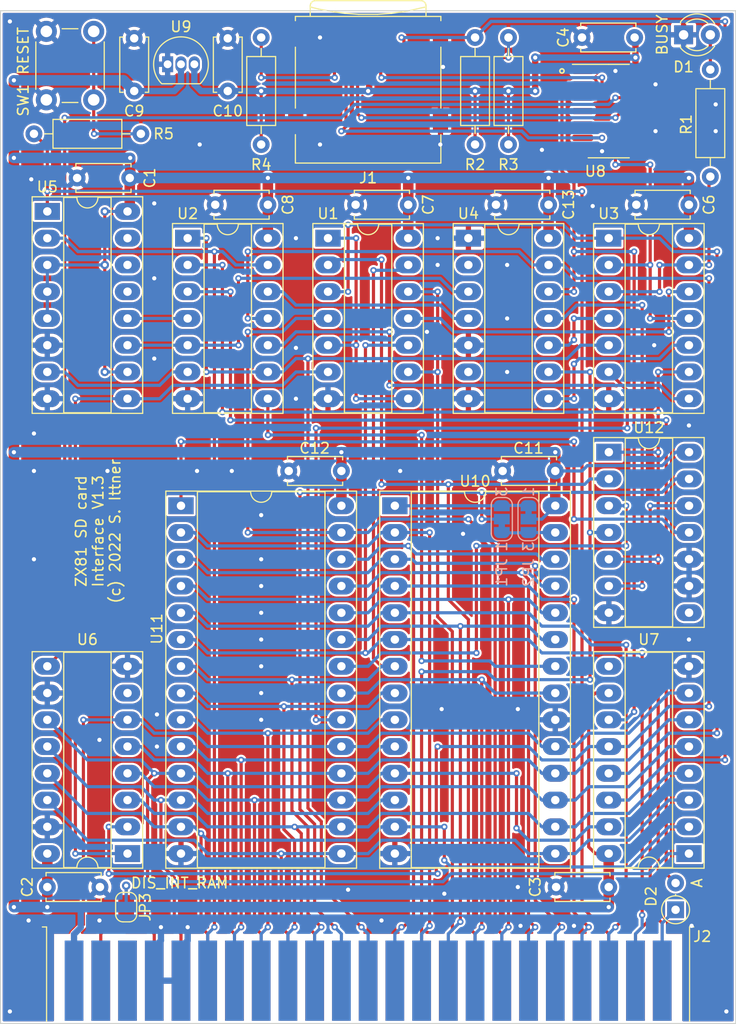
<source format=kicad_pcb>
(kicad_pcb (version 20211014) (generator pcbnew)
  (layers (0 "F.Cu" signal) (31 "B.Cu" signal) (34 "B.Paste" user) (35 "F.Paste" user) (36 "B.SilkS" user "B.Silkscreen") (37 "F.SilkS" user "F.Silkscreen") (38 "B.Mask" user) (39 "F.Mask" user) (44 "Edge.Cuts" user))
  (net 0 "")
  (net 1 "+5V")
  (net 2 "GND")
  (net 3 "+3.3V")
  (net 4 "Net-(D1-Pad2)")
  (net 7 "Net-(R1-Pad2)")
  (net 8 "/SD_DOUT")
  (net 9 "/A4")
  (net 10 "/A3")
  (net 11 "/A15")
  (net 12 "/A14")
  (net 13 "/SD_CLK")
  (net 14 "/D3")
  (net 15 "/D7")
  (net 16 "/D2")
  (net 17 "/D6")
  (net 18 "/D1")
  (net 19 "/D5")
  (net 20 "/D0")
  (net 21 "/D4")
  (net 22 "/SD_DIN")
  (net 23 "/A13")
  (net 24 "/A8")
  (net 25 "/A9")
  (net 26 "/A0")
  (net 27 "/A11")
  (net 28 "/A1")
  (net 29 "/A2")
  (net 30 "/A10")
  (net 31 "/A5")
  (net 32 "/A6")
  (net 33 "/A7")
  (net 34 "/A12")
  (net 35 "Net-(J1-Pad1)")
  (net 36 "Net-(J1-Pad2)")
  (net 37 "Net-(J1-Pad3)")
  (net 38 "Net-(J1-Pad5)")
  (net 39 "Net-(J1-Pad8)")
  (net 40 "Net-(U11-Pad1)")
  (net 41 "/CLK")
  (net 42 "/nROMCS_INT")
  (net 43 "/nRFSH")
  (net 44 "/nM1")
  (net 45 "/nRESET")
  (net 46 "/nWR")
  (net 47 "/nRD")
  (net 48 "/nIORQ")
  (net 49 "/nMREQ")
  (net 50 "/nRAMCS_INT")
  (net 51 "/nSDRD")
  (net 52 "/nSDWR")
  (net 53 "/nSD_SEL")
  (net 54 "/nCS_RAM")
  (net 55 "/nCS_ROM")
  (net 56 "/nSD_CLK")
  (net 57 "Net-(U1-Pad11)")
  (net 58 "Net-(D2-Pad2)")
  (net 59 "Net-(U5-Pad12)")
  (net 60 "Net-(U5-Pad7)")
  (net 61 "Net-(U3-Pad4)")
  (net 69 "Net-(JP1-Pad1)")
  (net 70 "Net-(JP1-Pad3)")
  (net 77 "Net-(U3-Pad8)")
  (net 78 "Net-(U2-Pad5)")
  (net 79 "/nOE_RAM")
  (net 80 "Net-(U12-Pad6)")
  (net 82 "Net-(U3-Pad10)")
  (net 83 "Net-(R5-Pad1)")
  (net 84 "Net-(U4-Pad4)")
  (net 87 "Net-(U1-Pad5)")
  (footprint "Capacitor_THT:C_Disc_D5.0mm_W2.5mm_P5.00mm" (layer "F.Cu") (at 124.674 59.055 180)
    (fp_text reference "C1")
    (fp_text value "100n")
  )
  (footprint "Package_SO:SO-14_3.9x8.65mm_P1.27mm" (layer "F.Cu") (at 170.18 52.705)
    (fp_text reference "U8")
    (fp_text value "74LVX125")
  )
  (footprint "Resistor_THT:R_Axial_DIN0207_L6.3mm_D2.5mm_P10.16mm_Horizontal" (layer "F.Cu") (at 160.655 55.88 90)
    (fp_text reference "R3")
    (fp_text value "10k")
  )
  (footprint "Resistor_THT:R_Axial_DIN0207_L6.3mm_D2.5mm_P10.16mm_Horizontal" (layer "F.Cu") (at 137.16 55.88 90)
    (fp_text reference "R4")
    (fp_text value "10k")
  )
  (footprint "Package_DIP:DIP-28_W15.24mm_Socket_LongPads" (layer "F.Cu") (at 129.54 90.17)
    (fp_text reference "U11")
    (fp_text value "KM62256CLP")
  )
  (footprint "Button_Switch_THT:SW_PUSH_6mm" (layer "F.Cu") (at 121.249 45.137 -90)
    (fp_text reference "SW1")
    (fp_text value "RESET")
  )
  (footprint "modusoft:ZX81_EXP_EXT" (layer "F.Cu") (at 175.26 135.255)
    (fp_text reference "J2")
    (fp_text value "ZX81_EXP")
  )
  (footprint "Capacitor_THT:C_Disc_D5.0mm_W2.5mm_P5.00mm" (layer "F.Cu") (at 177.8 61.595 180)
    (fp_text reference "C6")
    (fp_text value "100n")
  )
  (footprint "Connector_Card:microSD_HC_Wuerth_693072010801" (layer "F.Cu") (at 147.32 49.53)
    (fp_text reference "J1")
    (fp_text value "Micro_SD_Card")
  )
  (footprint "Capacitor_THT:C_Disc_D5.0mm_W2.5mm_P5.00mm" (layer "F.Cu") (at 165.1 86.868 180)
    (fp_text reference "C11")
    (fp_text value "100n")
  )
  (footprint "Package_DIP:DIP-14_W7.62mm_Socket_LongPads" (layer "F.Cu") (at 156.845 64.77)
    (fp_text reference "U4")
    (fp_text value "74HCT04")
  )
  (footprint "Capacitor_THT:C_Disc_D5.0mm_W2.5mm_P5.00mm" (layer "F.Cu") (at 125.095 50.8 90)
    (fp_text reference "C9")
    (fp_text value "100n")
  )
  (footprint "Capacitor_THT:C_Disc_D5.0mm_W2.5mm_P5.00mm" (layer "F.Cu") (at 133.985 50.8 90)
    (fp_text reference "C10")
    (fp_text value "1u")
  )
  (footprint "LED_THT:LED_D3.0mm" (layer "F.Cu") (at 177.292 45.466)
    (fp_text reference "D1")
    (fp_text value "red lc")
  )
  (footprint "Package_DIP:DIP-16_W7.62mm_Socket_LongPads" (layer "F.Cu") (at 124.46 123.19 180)
    (fp_text reference "U6")
    (fp_text value "74HCT165")
  )
  (footprint "Package_DIP:DIP-28_W15.24mm_Socket_LongPads" (layer "F.Cu") (at 149.86 90.17)
    (fp_text reference "U10")
    (fp_text value "27C256")
  )
  (footprint "Package_DIP:DIP-16_W7.62mm_Socket_LongPads" (layer "F.Cu") (at 116.84 62.23)
    (fp_text reference "U5")
    (fp_text value "74HCT163")
  )
  (footprint "Capacitor_THT:C_Disc_D5.0mm_W2.5mm_P5.00mm" (layer "F.Cu") (at 170.18 126.365 180)
    (fp_text reference "C3")
    (fp_text value "100n")
  )
  (footprint "Resistor_THT:R_Axial_DIN0207_L6.3mm_D2.5mm_P10.16mm_Horizontal" (layer "F.Cu") (at 179.832 48.768 -90)
    (fp_text reference "R1")
    (fp_text value "1k8")
  )
  (footprint "Capacitor_THT:C_Disc_D5.0mm_W2.5mm_P5.00mm" (layer "F.Cu") (at 137.795 61.595 180)
    (fp_text reference "C8")
    (fp_text value "100n")
  )
  (footprint "Capacitor_THT:C_Disc_D5.0mm_W2.5mm_P5.00mm" (layer "F.Cu") (at 144.78 86.868 180)
    (fp_text reference "C12")
    (fp_text value "100n")
  )
  (footprint "Capacitor_THT:C_Disc_D5.0mm_W2.5mm_P5.00mm" (layer "F.Cu") (at 151.13 61.595 180)
    (fp_text reference "C7")
    (fp_text value "100n")
  )
  (footprint "Capacitor_THT:C_Disc_D5.0mm_W2.5mm_P5.00mm" (layer "F.Cu") (at 164.465 61.595 180)
    (fp_text reference "C13")
    (fp_text value "100n")
  )
  (footprint "Capacitor_THT:C_Disc_D5.0mm_W2.5mm_P5.00mm" (layer "F.Cu") (at 167.64 45.72)
    (fp_text reference "C4")
    (fp_text value "100n")
  )
  (footprint "Package_DIP:DIP-14_W7.62mm_Socket_LongPads" (layer "F.Cu") (at 143.51 64.77)
    (fp_text reference "U1")
    (fp_text value "74HCT32")
  )
  (footprint "Package_DIP:DIP-14_W7.62mm_Socket_LongPads" (layer "F.Cu") (at 170.18 64.77)
    (fp_text reference "U3")
    (fp_text value "74HCT00")
  )
  (footprint "Resistor_THT:R_Axial_DIN0207_L6.3mm_D2.5mm_P10.16mm_Horizontal" (layer "F.Cu") (at 157.48 55.88 90)
    (fp_text reference "R2")
    (fp_text value "10k")
  )
  (footprint "Capacitor_THT:C_Disc_D5.0mm_W2.5mm_P5.00mm" (layer "F.Cu") (at 116.84 126.365)
    (fp_text reference "C2")
    (fp_text value "100n")
  )
  (footprint "Package_DIP:DIP-16_W7.62mm_Socket_LongPads" (layer "F.Cu") (at 177.8 123.19 180)
    (fp_text reference "U7")
    (fp_text value "74HCT595")
  )
  (footprint "Package_TO_SOT_THT:TO-92_Inline" (layer "F.Cu") (at 128.27 48.26)
    (fp_text reference "U9")
    (fp_text value "MCP1700-3302E_TO92")
  )
  (footprint "Package_DIP:DIP-14_W7.62mm_Socket_LongPads" (layer "F.Cu") (at 130.175 64.77)
    (fp_text reference "U2")
    (fp_text value "74HCT32")
  )
  (footprint "Resistor_THT:R_Axial_DIN0207_L6.3mm_D2.5mm_P10.16mm_Horizontal" (layer "F.Cu") (at 125.73 54.864 180)
    (fp_text reference "R5")
    (fp_text value "100R")
  )
  (footprint "Jumper:SolderJumper-2_P1.3mm_Bridged_RoundedPad1.0x1.5mm" (layer "F.Cu") (at 124.333 128.27 -90)
    (fp_text reference "JP3")
    (fp_text value "DIS_INT_RAM")
  )
  (footprint "Package_DIP:DIP-14_W7.62mm_Socket_LongPads" (layer "F.Cu") (at 170.19 85.085)
    (fp_text reference "U12")
    (fp_text value "74HCT08")
  )
  (footprint "Diode_THT:D_DO-35_SOD27_P2.54mm_Vertical_AnodeUp" (layer "F.Cu") (at 176.53 128.524 90)
    (fp_text reference "D2")
    (fp_text value "BAT43")
  )
  (footprint "Jumper:SolderJumper-3_P1.3mm_Bridged12_RoundedPad1.0x1.5mm_NumberLabels" (layer "B.Cu") (at 162.56 91.44 -90)
    (fp_text reference "JP2")
    (fp_text value "SEL_28C256")
  )
  (footprint "Jumper:SolderJumper-3_P1.3mm_Bridged12_RoundedPad1.0x1.5mm_NumberLabels" (layer "B.Cu") (at 160.02 91.44 90)
    (fp_text reference "JP1")
    (fp_text value "SEL_28C256")
  )
  (gr_circle (center 165.735 48.895) (end 165.935 48.895) (layer "F.SilkS") (width 0.15) (fill none))
  (gr_line (start 112.395 139.319) (end 182.245 139.319) (layer "Edge.Cuts") (width 0.1))
  (gr_line (start 182.245 139.319) (end 182.245 43.18) (layer "Edge.Cuts") (width 0.1))
  (gr_line (start 112.395 43.18) (end 112.395 139.319) (layer "Edge.Cuts") (width 0.1))
  (gr_line (start 182.245 43.18) (end 112.395 43.18) (layer "Edge.Cuts") (width 0.1))
  (gr_text "RESET" (at 114.554 46.99 90) (layer "F.SilkS") (effects (font (size 1 1))))
  (gr_text "BUSY" (at 175.26 45.466 90) (layer "F.SilkS") (effects (font (size 1 1))))
  (gr_text "DIS_INT_RAM" (at 129.413 125.984) (layer "F.SilkS") (effects (font (size 1 1))))
  (gr_text "ZX81 SD card\nInterface V1.3\n(c) 2022 S. Ittner" (at 121.666 92.583 90) (layer "F.SilkS") (effects (font (size 1 1))))
  (segment (start 116.84 126.365) (end 116.84 128.27) (width 1) (layer "F.Cu") (net 1))
  (segment (start 137.795 61.595) (end 137.795 59.055) (width 1) (layer "F.Cu") (net 1))
  (segment (start 170.18 123.19) (end 170.18 126.365) (width 1) (layer "F.Cu") (net 1))
  (segment (start 151.13 61.595) (end 151.13 59.055) (width 1) (layer "F.Cu") (net 1))
  (segment (start 177.8 61.595) (end 177.8 59.055) (width 1) (layer "F.Cu") (net 1))
  (segment (start 170.18 126.365) (end 170.18 128.27) (width 1) (layer "F.Cu") (net 1))
  (segment (start 164.465 61.595) (end 164.465 59.055) (width 1) (layer "F.Cu") (net 1))
  (segment (start 124.714 59.015) (end 124.674 59.055) (width 1) (layer "F.Cu") (net 1))
  (segment (start 113.665 128.27) (end 113.665 85.09) (width 1) (layer "F.Cu") (net 1))
  (segment (start 124.674 59.055) (end 124.674 62.016) (width 1) (layer "F.Cu") (net 1))
  (segment (start 124.333 127.62) (end 124.333 126.238) (width 0.3) (layer "F.Cu") (net 1))
  (segment (start 124.714 57.15) (end 124.714 59.015) (width 1) (layer "F.Cu") (net 1))
  (segment (start 164.465 64.77) (end 164.465 61.595) (width 1) (layer "F.Cu") (net 1))
  (segment (start 168.275 108.585) (end 168.275 122.555) (width 0.3) (layer "F.Cu") (net 1))
  (segment (start 122.301 67.31) (end 122.301 62.23) (width 0.3) (layer "F.Cu") (net 1))
  (segment (start 168.275 122.555) (end 168.91 123.19) (width 0.3) (layer "F.Cu") (net 1))
  (segment (start 137.795 64.77) (end 137.795 61.595) (width 1) (layer "F.Cu") (net 1))
  (segment (start 113.665 57.15) (end 113.665 49.784) (width 1) (layer "F.Cu") (net 1))
  (segment (start 144.78 90.17) (end 144.78 85.09) (width 1) (layer "F.Cu") (net 1))
  (segment (start 116.84 126.365) (end 116.84 123.19) (width 1) (layer "F.Cu") (net 1))
  (segment (start 170.18 107.95) (end 168.91 107.95) (width 0.3) (layer "F.Cu") (net 1))
  (segment (start 168.91 107.95) (end 168.275 108.585) (width 0.3) (layer "F.Cu") (net 1))
  (segment (start 113.665 85.09) (end 113.665 57.15) (width 1) (layer "F.Cu") (net 1))
  (segment (start 151.13 64.77) (end 151.13 61.595) (width 1) (layer "F.Cu") (net 1))
  (segment (start 165.1 85.09) (end 165.1 90.17) (width 1) (layer "F.Cu") (net 1))
  (segment (start 122.301 77.47) (end 122.301 67.31) (width 0.3) (layer "F.Cu") (net 1))
  (segment (start 177.8 64.77) (end 177.8 61.595) (width 1) (layer "F.Cu") (net 1))
  (segment (start 168.91 123.19) (end 170.18 123.19) (width 0.3) (layer "F.Cu") (net 1))
  (via (at 151.13 59.055) (size 0.8) (drill 0.4) (layers "F.Cu" "B.Cu") (net 1))
  (via (at 144.78 85.09) (size 0.8) (drill 0.4) (layers "F.Cu" "B.Cu") (net 1))
  (via (at 116.84 128.27) (size 0.8) (drill 0.4) (layers "F.Cu" "B.Cu") (net 1))
  (via (at 170.18 128.27) (size 0.8) (drill 0.4) (layers "F.Cu" "B.Cu") (net 1))
  (via (at 177.8 59.055) (size 0.8) (drill 0.4) (layers "F.Cu" "B.Cu") (net 1))
  (via (at 164.465 59.055) (size 0.8) (drill 0.4) (layers "F.Cu" "B.Cu") (net 1))
  (via (at 137.795 59.055) (size 0.8) (drill 0.4) (layers "F.Cu" "B.Cu") (net 1))
  (via (at 165.1 85.09) (size 0.8) (drill 0.4) (layers "F.Cu" "B.Cu") (net 1))
  (via (at 124.333 126.238) (size 0.8) (drill 0.4) (layers "F.Cu" "B.Cu") (net 1))
  (via (at 122.301 67.31) (size 0.8) (drill 0.4) (layers "F.Cu" "B.Cu") (net 1))
  (via (at 113.665 49.784) (size 0.8) (drill 0.4) (layers "F.Cu" "B.Cu") (net 1))
  (via (at 113.665 57.15) (size 0.8) (drill 0.4) (layers "F.Cu" "B.Cu") (net 1))
  (via (at 122.301 62.23) (size 0.8) (drill 0.4) (layers "F.Cu" "B.Cu") (net 1))
  (via (at 113.665 128.27) (size 0.8) (drill 0.4) (layers "F.Cu" "B.Cu") (net 1))
  (via (at 113.665 85.09) (size 0.8) (drill 0.4) (layers "F.Cu" "B.Cu") (net 1))
  (via (at 122.301 77.47) (size 0.8) (drill 0.4) (layers "F.Cu" "B.Cu") (net 1))
  (via (at 124.714 57.15) (size 0.8) (drill 0.4) (layers "F.Cu" "B.Cu") (net 1))
  (segment (start 151.13 59.055) (end 164.465 59.055) (width 1) (layer "B.Cu") (net 1))
  (segment (start 162.56 91.44) (end 163.83 91.44) (width 0.3) (layer "B.Cu") (net 1))
  (segment (start 116.84 128.27) (end 120.015 128.27) (width 1) (layer "B.Cu") (net 1))
  (segment (start 120.015 130.21) (end 120.015 128.27) (width 0.6) (layer "B.Cu") (net 1))
  (segment (start 119.38 135.255) (end 119.38 130.845) (width 0.6) (layer "B.Cu") (net 1))
  (segment (start 137.795 59.055) (end 151.13 59.055) (width 1) (layer "B.Cu") (net 1))
  (segment (start 163.83 91.44) (end 165.1 90.17) (width 0.3) (layer "B.Cu") (net 1))
  (segment (start 144.78 85.09) (end 165.1 85.09) (width 1) (layer "B.Cu") (net 1))
  (segment (start 164.465 59.055) (end 177.8 59.055) (width 1) (layer "B.Cu") (net 1))
  (segment (start 119.38 130.845) (end 120.015 130.21) (width 0.6) (layer "B.Cu") (net 1))
  (segment (start 116.84 128.27) (end 113.665 128.27) (width 1) (layer "B.Cu") (net 1))
  (segment (start 128.905 50.8) (end 129.54 50.165) (width 0.6) (layer "B.Cu") (net 1))
  (segment (start 113.665 85.09) (end 144.78 85.09) (width 1) (layer "B.Cu") (net 1))
  (segment (start 124.333 128.27) (end 170.18 128.27) (width 1) (layer "B.Cu") (net 1))
  (segment (start 124.714 57.15) (end 113.665 57.15) (width 1) (layer "B.Cu") (net 1))
  (segment (start 113.665 49.784) (end 124.079 49.784) (width 1) (layer "B.Cu") (net 1))
  (segment (start 165.1 86.868) (end 167.64 86.868) (width 0.3) (layer "B.Cu") (net 1))
  (segment (start 129.54 50.165) (end 129.54 48.26) (width 0.6) (layer "B.Cu") (net 1))
  (segment (start 124.079 49.784) (end 125.095 50.8) (width 1) (layer "B.Cu") (net 1))
  (segment (start 122.301 62.23) (end 124.46 62.23) (width 0.3) (layer "B.Cu") (net 1))
  (segment (start 124.333 126.238) (end 124.333 128.27) (width 0.3) (layer "B.Cu") (net 1))
  (segment (start 167.64 86.868) (end 168.148 86.36) (width 0.3) (layer "B.Cu") (net 1))
  (segment (start 116.84 67.31) (end 122.301 67.31) (width 0.3) (layer "B.Cu") (net 1))
  (segment (start 177.81 85.085) (end 176.535 85.085) (width 0.3) (layer "B.Cu") (net 1))
  (segment (start 125.095 50.8) (end 128.905 50.8) (width 0.6) (layer "B.Cu") (net 1))
  (segment (start 137.795 59.055) (end 124.674 59.055) (width 1) (layer "B.Cu") (net 1))
  (segment (start 124.46 77.47) (end 122.301 77.47) (width 0.3) (layer "B.Cu") (net 1))
  (segment (start 176.535 85.085) (end 175.26 86.36) (width 0.3) (layer "B.Cu") (net 1))
  (segment (start 120.015 128.27) (end 124.333 128.27) (width 1) (layer "B.Cu") (net 1))
  (segment (start 116.84 69.85) (end 116.84 67.31) (width 0.3) (layer "B.Cu") (net 1))
  (segment (start 116.84 72.39) (end 116.84 69.85) (width 0.3) (layer "B.Cu") (net 1))
  (segment (start 168.148 86.36) (end 175.26 86.36) (width 0.3) (layer "B.Cu") (net 1))
  (via (at 130.175 130.175) (size 0.8) (drill 0.4) (layers "F.Cu" "B.Cu") (net 2))
  (via (at 127.635 130.175) (size 0.8) (drill 0.4) (layers "F.Cu" "B.Cu") (net 2))
  (via (at 115.57 83.312) (size 0.8) (drill 0.4) (layers "F.Cu" "B.Cu") (net 2))
  (via (at 152.908 73.66) (size 0.8) (drill 0.4) (layers "F.Cu" "B.Cu") (net 2))
  (via (at 161.798 130.048) (size 0.8) (drill 0.4) (layers "F.Cu" "B.Cu") (net 2))
  (via (at 154.432 48.514) (size 0.8) (drill 0.4) (layers "F.Cu" "B.Cu") (net 2))
  (via (at 154.178 55.88) (size 0.8) (drill 0.4) (layers "F.Cu" "B.Cu") (net 2))
  (via (at 177.8 82.55) (size 0.8) (drill 0.4) (layers "F.Cu" "B.Cu") (net 2))
  (via (at 180.34 52.07) (size 0.8) (drill 0.4) (layers "F.Cu" "B.Cu") (net 2))
  (via (at 131.318 55.88) (size 0.8) (drill 0.4) (layers "F.Cu" "B.Cu") (net 2))
  (via (at 140.462 80.01) (size 0.8) (drill 0.4) (layers "F.Cu" "B.Cu") (net 2))
  (via (at 170.815 48.895) (size 0.8) (drill 0.4) (layers "F.Cu" "B.Cu") (net 2))
  (via (at 137.16 105.41) (size 0.8) (drill 0.4) (layers "F.Cu" "B.Cu") (net 2))
  (via (at 160.528 67.31) (size 0.8) (drill 0.4) (layers "F.Cu" "B.Cu") (net 2))
  (via (at 160.528 72.39) (size 0.8) (drill 0.4) (layers "F.Cu" "B.Cu") (net 2))
  (via (at 127.254 109.982) (size 0.8) (drill 0.4) (layers "F.Cu" "B.Cu") (net 2))
  (via (at 137.16 97.79) (size 0.8) (drill 0.4) (layers "F.Cu" "B.Cu") (net 2))
  (via (at 137.16 102.87) (size 0.8) (drill 0.4) (layers "F.Cu" "B.Cu") (net 2))
  (via (at 145.415 126.619) (size 0.8) (drill 0.4) (layers "F.Cu" "B.Cu") (net 2))
  (via (at 137.16 110.49) (size 0.8) (drill 0.4) (layers "F.Cu" "B.Cu") (net 2))
  (via (at 140.462 64.77) (size 0.8) (drill 0.4) (layers "F.Cu" "B.Cu") (net 2))
  (via (at 137.16 95.25) (size 0.8) (drill 0.4) (layers "F.Cu" "B.Cu") (net 2))
  (via (at 169.545 56.515) (size 0.8) (drill 0.4) (layers "F.Cu" "B.Cu") (net 2))
  (via (at 142.748 55.88) (size 0.8) (drill 0.4) (layers "F.Cu" "B.Cu") (net 2))
  (via (at 174.625 50.165) (size 0.8) (drill 0.4) (layers "F.Cu" "B.Cu") (net 2))
  (via (at 174.625 54.61) (size 0.8) (drill 0.4) (layers "F.Cu" "B.Cu") (net 2))
  (via (at 134.366 86.868) (size 0.8) (drill 0.4) (layers "F.Cu" "B.Cu") (net 2))
  (via (at 115.57 86.868) (size 0.8) (drill 0.4) (layers "F.Cu" "B.Cu") (net 2))
  (via (at 121.793 112.395) (size 0.8) (drill 0.4) (layers "F.Cu" "B.Cu") (net 2))
  (via (at 121.793 129.54) (size 0.8) (drill 0.4) (layers "F.Cu" "B.Cu") (net 2))
  (via (at 113.284 138.176) (size 0.8) (drill 0.4) (layers "F.Cu" "B.Cu") (net 2))
  (via (at 140.462 75.184) (size 0.8) (drill 0.4) (layers "F.Cu" "B.Cu") (net 2))
  (via (at 115.062 129.54) (size 0.8) (drill 0.4) (layers "F.Cu" "B.Cu") (net 2))
  (via (at 148.59 129.54) (size 0.8) (drill 0.4) (layers "F.Cu" "B.Cu") (net 2))
  (via (at 115.57 95.25) (size 0.8) (drill 0.4) (layers "F.Cu" "B.Cu") (net 2))
  (via (at 137.16 91.059) (size 0.8) (drill 0.4) (layers "F.Cu" "B.Cu") (net 2))
  (via (at 131.064 86.868) (size 0.8) (drill 0.4) (layers "F.Cu" "B.Cu") (net 2))
  (via (at 127 68.58) (size 0.8) (drill 0.4) (layers "F.Cu" "B.Cu") (net 2))
  (via (at 168.656 61.722) (size 0.8) (drill 0.4) (layers "F.Cu" "B.Cu") (net 2))
  (via (at 163.83 56.388) (size 0.8) (drill 0.4) (layers "F.Cu" "B.Cu") (net 2))
  (via (at 161.544 109.474) (size 0.8) (drill 0.4) (layers "F.Cu" "B.Cu") (net 2))
  (via (at 174.498 74.93) (size 0.8) (drill 0.4) (layers "F.Cu" "B.Cu") (net 2))
  (via (at 127 61.468) (size 0.8) (drill 0.4) (layers "F.Cu" "B.Cu") (net 2))
  (via (at 181.356 138.176) (size 0.8) (drill 0.4) (layers "F.Cu" "B.Cu") (net 2))
  (via (at 115.316 59.182) (size 0.8) (drill 0.4) (layers "F.Cu" "B.Cu") (net 2))
  (via (at 153.924 67.31) (size 0.8) (drill 0.4) (layers "F.Cu" "B.Cu") (net 2))
  (via (at 137.16 107.95) (size 0.8) (drill 0.4) (layers "F.Cu" "B.Cu") (net 2))
  (via (at 122.555 86.868) (size 0.8) (drill 0.4) (layers "F.Cu" "B.Cu") (net 2))
  (via (at 137.16 100.33) (size 0.8) (drill 0.4) (layers "F.Cu" "B.Cu") (net 2))
  (via (at 178.054 130.048) (size 0.8) (drill 0.4) (layers "F.Cu" "B.Cu") (net 2))
  (via (at 127 76.2) (size 0.8) (drill 0.4) (layers "F.Cu" "B.Cu") (net 2))
  (via (at 142.748 45.72) (size 0.8) (drill 0.4) (layers "F.Cu" "B.Cu") (net 2))
  (via (at 154.559 127) (size 0.8) (drill 0.4) (layers "F.Cu" "B.Cu") (net 2))
  (via (at 166.878 130.048) (size 0.8) (drill 0.4) (layers "F.Cu" "B.Cu") (net 2))
  (via (at 154.305 109.474) (size 0.8) (drill 0.4) (layers "F.Cu" "B.Cu") (net 2))
  (via (at 160.528 77.47) (size 0.8) (drill 0.4) (layers "F.Cu" "B.Cu") (net 2))
  (via (at 127.254 113.03) (size 0.8) (drill 0.4) (layers "F.Cu" "B.Cu") (net 2))
  (via (at 177.8 102.87) (size 0.8) (drill 0.4) (layers "F.Cu" "B.Cu") (net 2))
  (via (at 180.34 54.61) (size 0.8) (drill 0.4) (layers "F.Cu" "B.Cu") (net 2))
  (via (at 150.368 86.868) (size 0.8) (drill 0.4) (layers "F.Cu" "B.Cu") (net 2))
  (via (at 156.337 92.837) (size 0.8) (drill 0.4) (layers "F.Cu" "B.Cu") (net 2))
  (via (at 153.924 64.77) (size 0.8) (drill 0.4) (layers "F.Cu" "B.Cu") (net 2))
  (via (at 113.284 44.196) (size 0.8) (drill 0.4) (layers "F.Cu" "B.Cu") (net 2))
  (via (at 161.544 126.365) (size 0.8) (drill 0.4) (layers "F.Cu" "B.Cu") (net 2))
  (segment (start 129.54 135.255) (end 127 135.255) (width 0.6) (layer "B.Cu") (net 2))
  (segment (start 130.175 131.445) (end 130.175 130.175) (width 0.6) (layer "B.Cu") (net 2))
  (segment (start 129.54 132.08) (end 130.175 131.445) (width 0.6) (layer "B.Cu") (net 2))
  (segment (start 127 135.255) (end 127 132.08) (width 0.6) (layer "B.Cu") (net 2))
  (segment (start 177.805 97.79) (end 177.81 97.785) (width 0.3) (layer "B.Cu") (net 2))
  (segment (start 127.635 131.445) (end 127.635 130.175) (width 0.6) (layer "B.Cu") (net 2))
  (segment (start 129.54 135.255) (end 129.54 132.08) (width 0.6) (layer "B.Cu") (net 2))
  (segment (start 127 132.08) (end 127.635 131.445) (width 0.6) (layer "B.Cu") (net 2))
  (segment (start 163.195 50.8) (end 163.195 47.625) (width 0.6) (layer "F.Cu") (net 3))
  (segment (start 172.72 45.8) (end 172.64 45.72) (width 0.6) (layer "F.Cu") (net 3))
  (segment (start 160.655 50.8) (end 160.655 55.88) (width 0.3) (layer "F.Cu") (net 3))
  (segment (start 172.72 47.625) (end 172.72 48.83) (width 0.6) (layer "F.Cu") (net 3))
  (segment (start 147.42 50.7) (end 147.32 50.8) (width 0.6) (layer "F.Cu") (net 3))
  (segment (start 172.72 48.83) (end 172.655 48.895) (width 0.6) (layer "F.Cu") (net 3))
  (segment (start 172.72 47.625) (end 172.72 45.8) (width 0.6) (layer "F.Cu") (net 3))
  (segment (start 137.16 50.8) (end 137.16 55.88) (width 0.3) (layer "F.Cu") (net 3))
  (segment (start 147.42 47.98) (end 147.42 50.7) (width 0.6) (layer "F.Cu") (net 3))
  (segment (start 157.48 50.8) (end 157.48 55.88) (width 0.3) (layer "F.Cu") (net 3))
  (via (at 157.48 50.8) (size 0.8) (drill 0.4) (layers "F.Cu" "B.Cu") (net 3))
  (via (at 160.655 50.8) (size 0.8) (drill 0.4) (layers "F.Cu" "B.Cu") (net 3))
  (via (at 163.195 50.8) (size 0.8) (drill 0.4) (layers "F.Cu" "B.Cu") (net 3))
  (via (at 163.195 47.625) (size 0.8) (drill 0.4) (layers "F.Cu" "B.Cu") (net 3))
  (via (at 137.16 50.8) (size 0.8) (drill 0.4) (layers "F.Cu" "B.Cu") (net 3))
  (via (at 147.32 50.8) (size 0.8) (drill 0.4) (layers "F.Cu" "B.Cu") (net 3))
  (via (at 172.72 47.625) (size 0.8) (drill 0.4) (layers "F.Cu" "B.Cu") (net 3))
  (segment (start 137.16 50.8) (end 133.985 50.8) (width 0.6) (layer "B.Cu") (net 3))
  (segment (start 130.81 50.165) (end 130.81 48.26) (width 0.6) (layer "B.Cu") (net 3))
  (segment (start 160.655 50.8) (end 163.195 50.8) (width 0.6) (layer "B.Cu") (net 3))
  (segment (start 131.445 50.8) (end 130.81 50.165) (width 0.6) (layer "B.Cu") (net 3))
  (segment (start 147.32 50.8) (end 157.48 50.8) (width 0.6) (layer "B.Cu") (net 3))
  (segment (start 163.195 47.625) (end 172.72 47.625) (width 0.6) (layer "B.Cu") (net 3))
  (segment (start 147.32 50.8) (end 137.16 50.8) (width 0.6) (layer "B.Cu") (net 3))
  (segment (start 157.48 50.8) (end 160.655 50.8) (width 0.6) (layer "B.Cu") (net 3))
  (segment (start 133.985 50.8) (end 131.445 50.8) (width 0.6) (layer "B.Cu") (net 3))
  (segment (start 179.832 45.466) (end 179.832 48.768) (width 0.3) (layer "F.Cu") (net 4))
  (segment (start 179.705 67.31) (end 179.705 59.055) (width 0.3) (layer "F.Cu") (net 7))
  (segment (start 179.705 59.055) (end 179.832 58.928) (width 0.3) (layer "F.Cu") (net 7))
  (segment (start 175.006 69.85) (end 175.006 67.31) (width 0.3) (layer "F.Cu") (net 7))
  (via (at 175.006 69.85) (size 0.6) (drill 0.3) (layers "F.Cu" "B.Cu") (net 7))
  (via (at 179.705 67.31) (size 0.6) (drill 0.3) (layers "F.Cu" "B.Cu") (net 7))
  (via (at 175.006 67.31) (size 0.6) (drill 0.3) (layers "F.Cu" "B.Cu") (net 7))
  (segment (start 175.006 67.31) (end 177.8 67.31) (width 0.3) (layer "B.Cu") (net 7))
  (segment (start 170.18 69.85) (end 175.006 69.85) (width 0.3) (layer "B.Cu") (net 7))
  (segment (start 177.8 67.31) (end 179.705 67.31) (width 0.3) (layer "B.Cu") (net 7))
  (segment (start 181.229 44.196) (end 181.229 114.3) (width 0.3) (layer "F.Cu") (net 8))
  (segment (start 150.72 45.945) (end 150.495 45.72) (width 0.3) (layer "F.Cu") (net 8))
  (segment (start 150.72 47.98) (end 150.72 45.945) (width 0.3) (layer "F.Cu") (net 8))
  (via (at 181.229 114.3) (size 0.6) (drill 0.3) (layers "F.Cu" "B.Cu") (net 8))
  (via (at 150.495 45.72) (size 0.6) (drill 0.3) (layers "F.Cu" "B.Cu") (net 8))
  (via (at 181.229 44.196) (size 0.6) (drill 0.3) (layers "F.Cu" "B.Cu") (net 8))
  (segment (start 172.085 118.11) (end 170.18 118.11) (width 0.3) (layer "B.Cu") (net 8))
  (segment (start 181.229 114.3) (end 175.895 114.3) (width 0.3) (layer "B.Cu") (net 8))
  (segment (start 159.004 44.196) (end 157.48 45.72) (width 0.3) (layer "B.Cu") (net 8))
  (segment (start 159.004 44.196) (end 181.229 44.196) (width 0.3) (layer "B.Cu") (net 8))
  (segment (start 175.895 114.3) (end 172.085 118.11) (width 0.3) (layer "B.Cu") (net 8))
  (segment (start 150.495 45.72) (end 157.48 45.72) (width 0.3) (layer "B.Cu") (net 8))
  (segment (start 173.355 104.14) (end 173.355 129.032) (width 0.3) (layer "F.Cu") (net 9))
  (segment (start 147.066 104.14) (end 147.066 74.93) (width 0.3) (layer "F.Cu") (net 9))
  (via (at 173.355 104.14) (size 0.6) (drill 0.3) (layers "F.Cu" "B.Cu") (net 9))
  (via (at 173.355 129.032) (size 0.6) (drill 0.3) (layers "F.Cu" "B.Cu") (net 9))
  (via (at 147.066 104.14) (size 0.6) (drill 0.3) (layers "F.Cu" "B.Cu") (net 9))
  (via (at 147.066 74.93) (size 0.6) (drill 0.3) (layers "F.Cu" "B.Cu") (net 9))
  (segment (start 173.355 130.175) (end 172.72 130.81) (width 0.3) (layer "B.Cu") (net 9))
  (segment (start 163.83 104.14) (end 162.56 102.87) (width 0.3) (layer "B.Cu") (net 9))
  (segment (start 148.59 102.87) (end 149.86 102.87) (width 0.3) (layer "B.Cu") (net 9))
  (segment (start 173.355 129.032) (end 173.355 130.175) (width 0.3) (layer "B.Cu") (net 9))
  (segment (start 132.08 104.14) (end 130.81 102.87) (width 0.3) (layer "B.Cu") (net 9))
  (segment (start 162.56 102.87) (end 149.86 102.87) (width 0.3) (layer "B.Cu") (net 9))
  (segment (start 173.355 104.14) (end 163.83 104.14) (width 0.3) (layer "B.Cu") (net 9))
  (segment (start 147.066 104.14) (end 147.32 104.14) (width 0.3) (layer "B.Cu") (net 9))
  (segment (start 147.32 104.14) (end 148.59 102.87) (width 0.3) (layer "B.Cu") (net 9))
  (segment (start 172.72 130.81) (end 172.72 135.255) (width 0.3) (layer "B.Cu") (net 9))
  (segment (start 130.81 102.87) (end 129.54 102.87) (width 0.3) (layer "B.Cu") (net 9))
  (segment (start 147.066 74.93) (end 151.13 74.93) (width 0.3) (layer "B.Cu") (net 9))
  (segment (start 147.066 104.14) (end 132.08 104.14) (width 0.3) (layer "B.Cu") (net 9))
  (segment (start 147.828 104.648) (end 147.828 67.818) (width 0.3) (layer "F.Cu") (net 10))
  (segment (start 140.081 119.126) (end 141.605 120.65) (width 0.3) (layer "F.Cu") (net 10))
  (segment (start 148.59 105.41) (end 147.828 104.648) (width 0.3) (layer "F.Cu") (net 10))
  (segment (start 141.605 128.905) (end 142.875 130.175) (width 0.3) (layer "F.Cu") (net 10))
  (segment (start 141.605 120.65) (end 141.605 128.905) (width 0.3) (layer "F.Cu") (net 10))
  (segment (start 149.86 105.41) (end 148.59 105.41) (width 0.3) (layer "F.Cu") (net 10))
  (segment (start 140.081 106.68) (end 140.081 119.126) (width 0.3) (layer "F.Cu") (net 10))
  (via (at 142.875 130.175) (size 0.6) (drill 0.3) (layers "F.Cu" "B.Cu") (net 10))
  (via (at 140.081 106.68) (size 0.6) (drill 0.3) (layers "F.Cu" "B.Cu") (net 10))
  (via (at 147.828 67.818) (size 0.6) (drill 0.3) (layers "F.Cu" "B.Cu") (net 10))
  (segment (start 142.24 135.255) (end 142.24 130.81) (width 0.3) (layer "B.Cu") (net 10))
  (segment (start 142.24 130.81) (end 142.875 130.175) (width 0.3) (layer "B.Cu") (net 10))
  (segment (start 150.622 67.818) (end 151.13 67.31) (width 0.3) (layer "B.Cu") (net 10))
  (segment (start 147.828 67.818) (end 150.622 67.818) (width 0.3) (layer "B.Cu") (net 10))
  (segment (start 148.59 105.41) (end 149.86 105.41) (width 0.3) (layer "B.Cu") (net 10))
  (segment (start 132.08 106.68) (end 130.81 105.41) (width 0.3) (layer "B.Cu") (net 10))
  (segment (start 140.081 106.68) (end 132.08 106.68) (width 0.3) (layer "B.Cu") (net 10))
  (segment (start 147.32 106.68) (end 148.59 105.41) (width 0.3) (layer "B.Cu") (net 10))
  (segment (start 130.81 105.41) (end 129.54 105.41) (width 0.3) (layer "B.Cu") (net 10))
  (segment (start 140.081 106.68) (end 147.32 106.68) (width 0.3) (layer "B.Cu") (net 10))
  (segment (start 158.115 88.9) (end 158.115 91.44) (width 0.3) (layer "F.Cu") (net 11))
  (segment (start 142.24 128.27) (end 144.145 130.175) (width 0.3) (layer "F.Cu") (net 11))
  (segment (start 140.843 118.999) (end 142.24 120.396) (width 0.3) (layer "F.Cu") (net 11))
  (segment (start 142.24 120.396) (end 142.24 128.27) (width 0.3) (layer "F.Cu") (net 11))
  (segment (start 140.843 88.9) (end 140.843 118.999) (width 0.3) (layer "F.Cu") (net 11))
  (via (at 158.115 88.9) (size 0.6) (drill 0.3) (layers "F.Cu" "B.Cu") (net 11))
  (via (at 144.145 130.175) (size 0.6) (drill 0.3) (layers "F.Cu" "B.Cu") (net 11))
  (via (at 140.843 88.9) (size 0.6) (drill 0.3) (layers "F.Cu" "B.Cu") (net 11))
  (via (at 158.115 91.44) (size 0.6) (drill 0.3) (layers "F.Cu" "B.Cu") (net 11))
  (segment (start 160.02 91.44) (end 158.115 91.44) (width 0.3) (layer "B.Cu") (net 11))
  (segment (start 144.78 135.255) (end 144.78 130.81) (width 0.3) (layer "B.Cu") (net 11))
  (segment (start 175.26 88.9) (end 176.535 87.625) (width 0.3) (layer "B.Cu") (net 11))
  (segment (start 158.115 88.9) (end 175.26 88.9) (width 0.3) (layer "B.Cu") (net 11))
  (segment (start 144.78 130.81) (end 144.145 130.175) (width 0.3) (layer "B.Cu") (net 11))
  (segment (start 140.843 88.9) (end 158.115 88.9) (width 0.3) (layer "B.Cu") (net 11))
  (segment (start 176.535 87.625) (end 177.81 87.625) (width 0.3) (layer "B.Cu") (net 11))
  (segment (start 141.605 118.872) (end 142.875 120.142) (width 0.3) (layer "F.Cu") (net 12))
  (segment (start 142.875 126.365) (end 146.685 130.175) (width 0.3) (layer "F.Cu") (net 12))
  (segment (start 142.875 120.142) (end 142.875 126.365) (width 0.3) (layer "F.Cu") (net 12))
  (segment (start 131.953 77.47) (end 131.953 64.77) (width 0.3) (layer "F.Cu") (net 12))
  (segment (start 141.605 118.872) (end 141.605 76.2) (width 0.3) (layer "F.Cu") (net 12))
  (via (at 146.685 130.175) (size 0.6) (drill 0.3) (layers "F.Cu" "B.Cu") (net 12))
  (via (at 131.953 64.77) (size 0.6) (drill 0.3) (layers "F.Cu" "B.Cu") (net 12))
  (via (at 141.605 76.2) (size 0.6) (drill 0.3) (layers "F.Cu" "B.Cu") (net 12))
  (via (at 131.953 77.47) (size 0.6) (drill 0.3) (layers "F.Cu" "B.Cu") (net 12))
  (segment (start 147.32 135.255) (end 147.32 130.81) (width 0.3) (layer "B.Cu") (net 12))
  (segment (start 166.243 76.2) (end 141.605 76.2) (width 0.3) (layer "B.Cu") (net 12))
  (segment (start 140.462 76.2) (end 139.192 77.47) (width 0.3) (layer "B.Cu") (net 12))
  (segment (start 147.32 130.81) (end 146.685 130.175) (width 0.3) (layer "B.Cu") (net 12))
  (segment (start 139.192 77.47) (end 137.795 77.47) (width 0.3) (layer "B.Cu") (net 12))
  (segment (start 131.953 64.77) (end 130.175 64.77) (width 0.3) (layer "B.Cu") (net 12))
  (segment (start 141.605 76.2) (end 140.462 76.2) (width 0.3) (layer "B.Cu") (net 12))
  (segment (start 137.795 77.47) (end 131.953 77.47) (width 0.3) (layer "B.Cu") (net 12))
  (segment (start 167.513 74.93) (end 166.243 76.2) (width 0.3) (layer "B.Cu") (net 12))
  (segment (start 170.18 74.93) (end 167.513 74.93) (width 0.3) (layer "B.Cu") (net 12))
  (segment (start 166.878 59.563) (end 166.878 66.04) (width 0.3) (layer "F.Cu") (net 13))
  (segment (start 166.878 66.04) (end 166.878 69.85) (width 0.3) (layer "F.Cu") (net 13))
  (segment (start 165.735 50.8) (end 166.37 50.165) (width 0.3) (layer "F.Cu") (net 13))
  (segment (start 172.593 109.728) (end 172.593 66.04) (width 0.3) (layer "F.Cu") (net 13))
  (segment (start 166.878 59.563) (end 165.735 58.42) (width 0.3) (layer "F.Cu") (net 13))
  (segment (start 166.37 50.165) (end 167.705 50.165) (width 0.3) (layer "F.Cu") (net 13))
  (segment (start 165.735 58.42) (end 165.735 50.8) (width 0.3) (layer "F.Cu") (net 13))
  (via (at 166.878 66.04) (size 0.6) (drill 0.3) (layers "F.Cu" "B.Cu") (net 13))
  (via (at 172.593 66.04) (size 0.6) (drill 0.3) (layers "F.Cu" "B.Cu") (net 13))
  (via (at 166.878 69.85) (size 0.6) (drill 0.3) (layers "F.Cu" "B.Cu") (net 13))
  (via (at 172.593 109.728) (size 0.6) (drill 0.3) (layers "F.Cu" "B.Cu") (net 13))
  (segment (start 166.878 66.04) (end 172.593 66.04) (width 0.3) (layer "B.Cu") (net 13))
  (segment (start 171.831 110.49) (end 172.593 109.728) (width 0.3) (layer "B.Cu") (net 13))
  (segment (start 166.878 69.85) (end 164.465 69.85) (width 0.3) (layer "B.Cu") (net 13))
  (segment (start 170.18 110.49) (end 171.831 110.49) (width 0.3) (layer "B.Cu") (net 13))
  (segment (start 139.065 123.19) (end 139.065 130.175) (width 0.3) (layer "F.Cu") (net 14))
  (segment (start 139.7 130.81) (end 139.065 130.175) (width 0.3) (layer "F.Cu") (net 14))
  (segment (start 139.7 135.255) (end 139.7 130.81) (width 0.3) (layer "F.Cu") (net 14))
  (via (at 139.065 123.19) (size 0.6) (drill 0.3) (layers "F.Cu" "B.Cu") (net 14))
  (segment (start 132.08 123.19) (end 130.81 121.92) (width 0.3) (layer "B.Cu") (net 14))
  (segment (start 139.065 123.19) (end 144.78 123.19) (width 0.3) (layer "B.Cu") (net 14))
  (segment (start 148.59 121.92) (end 161.29 121.92) (width 0.3) (layer "B.Cu") (net 14))
  (segment (start 148.59 121.92) (end 147.32 123.19) (width 0.3) (layer "B.Cu") (net 14))
  (segment (start 162.56 123.19) (end 165.1 123.19) (width 0.3) (layer "B.Cu") (net 14))
  (segment (start 120.65 121.92) (end 116.84 118.11) (width 0.3) (layer "B.Cu") (net 14))
  (segment (start 147.32 123.19) (end 144.78 123.19) (width 0.3) (layer "B.Cu") (net 14))
  (segment (start 139.065 123.19) (end 132.08 123.19) (width 0.3) (layer "B.Cu") (net 14))
  (segment (start 161.29 121.92) (end 162.56 123.19) (width 0.3) (layer "B.Cu") (net 14))
  (segment (start 130.81 121.92) (end 120.65 121.92) (width 0.3) (layer "B.Cu") (net 14))
  (segment (start 168.275 121.92) (end 172.085 121.92) (width 0.3) (layer "B.Cu") (net 14))
  (segment (start 167.005 123.19) (end 168.275 121.92) (width 0.3) (layer "B.Cu") (net 14))
  (segment (start 165.1 123.19) (end 167.005 123.19) (width 0.3) (layer "B.Cu") (net 14))
  (segment (start 175.895 118.11) (end 177.8 118.11) (width 0.3) (layer "B.Cu") (net 14))
  (segment (start 172.085 121.92) (end 175.895 118.11) (width 0.3) (layer "B.Cu") (net 14))
  (segment (start 119.38 135.255) (end 119.38 130.81) (width 0.3) (layer "F.Cu") (net 15))
  (segment (start 120.269 110.49) (end 120.269 129.921) (width 0.3) (layer "F.Cu") (net 15))
  (segment (start 120.269 129.921) (end 119.38 130.81) (width 0.3) (layer "F.Cu") (net 15))
  (via (at 120.269 110.49) (size 0.6) (drill 0.3) (layers "F.Cu" "B.Cu") (net 15))
  (segment (start 148.59 111.76) (end 147.32 113.03) (width 0.3) (layer "B.Cu") (net 15))
  (segment (start 165.1 113.03) (end 163.83 113.03) (width 0.3) (layer "B.Cu") (net 15))
  (segment (start 144.78 113.03) (end 132.08 113.03) (width 0.3) (layer "B.Cu") (net 15))
  (segment (start 147.32 113.03) (end 144.78 113.03) (width 0.3) (layer "B.Cu") (net 15))
  (segment (start 125.73 110.49) (end 124.46 110.49) (width 0.3) (layer "B.Cu") (net 15))
  (segment (start 127 111.76) (end 125.73 110.49) (width 0.3) (layer "B.Cu") (net 15))
  (segment (start 130.81 111.76) (end 127 111.76) (width 0.3) (layer "B.Cu") (net 15))
  (segment (start 163.83 113.03) (end 162.56 111.76) (width 0.3) (layer "B.Cu") (net 15))
  (segment (start 162.56 111.76) (end 148.59 111.76) (width 0.3) (layer "B.Cu") (net 15))
  (segment (start 132.08 113.03) (end 130.81 111.76) (width 0.3) (layer "B.Cu") (net 15))
  (segment (start 165.1 113.03) (end 167.005 113.03) (width 0.3) (layer "B.Cu") (net 15))
  (segment (start 172.085 111.76) (end 175.895 107.95) (width 0.3) (layer "B.Cu") (net 15))
  (segment (start 167.005 113.03) (end 168.275 111.76) (width 0.3) (layer "B.Cu") (net 15))
  (segment (start 175.895 107.95) (end 177.8 107.95) (width 0.3) (layer "B.Cu") (net 15))
  (segment (start 120.269 110.49) (end 124.46 110.49) (width 0.3) (layer "B.Cu") (net 15))
  (segment (start 168.275 111.76) (end 172.085 111.76) (width 0.3) (layer "B.Cu") (net 15))
  (segment (start 132.08 130.81) (end 131.445 130.175) (width 0.3) (layer "F.Cu") (net 16))
  (segment (start 131.445 130.175) (end 131.445 121.285) (width 0.3) (layer "F.Cu") (net 16))
  (segment (start 132.08 135.255) (end 132.08 130.81) (width 0.3) (layer "F.Cu") (net 16))
  (segment (start 154.559 120.65) (end 154.559 123.825) (width 0.3) (layer "F.Cu") (net 16))
  (via (at 131.445 121.285) (size 0.6) (drill 0.3) (layers "F.Cu" "B.Cu") (net 16))
  (via (at 154.559 123.825) (size 0.6) (drill 0.3) (layers "F.Cu" "B.Cu") (net 16))
  (via (at 154.559 120.65) (size 0.6) (drill 0.3) (layers "F.Cu" "B.Cu") (net 16))
  (segment (start 131.445 121.285) (end 130.81 120.65) (width 0.3) (layer "B.Cu") (net 16))
  (segment (start 147.32 121.92) (end 132.08 121.92) (width 0.3) (layer "B.Cu") (net 16))
  (segment (start 149.86 120.65) (end 148.59 120.65) (width 0.3) (layer "B.Cu") (net 16))
  (segment (start 130.81 120.65) (end 129.54 120.65) (width 0.3) (layer "B.Cu") (net 16))
  (segment (start 148.59 120.65) (end 147.32 121.92) (width 0.3) (layer "B.Cu") (net 16))
  (segment (start 129.54 120.65) (end 127 120.65) (width 0.3) (layer "B.Cu") (net 16))
  (segment (start 120.65 119.38) (end 116.84 115.57) (width 0.3) (layer "B.Cu") (net 16))
  (segment (start 127 120.65) (end 125.73 119.38) (width 0.3) (layer "B.Cu") (net 16))
  (segment (start 132.08 121.92) (end 131.445 121.285) (width 0.3) (layer "B.Cu") (net 16))
  (segment (start 125.73 119.38) (end 120.65 119.38) (width 0.3) (layer "B.Cu") (net 16))
  (segment (start 154.559 120.65) (end 149.86 120.65) (width 0.3) (layer "B.Cu") (net 16))
  (segment (start 175.895 120.65) (end 172.085 124.46) (width 0.3) (layer "B.Cu") (net 16))
  (segment (start 177.8 120.65) (end 175.895 120.65) (width 0.3) (layer "B.Cu") (net 16))
  (segment (start 155.194 124.46) (end 154.559 123.825) (width 0.3) (layer "B.Cu") (net 16))
  (segment (start 172.085 124.46) (end 155.194 124.46) (width 0.3) (layer "B.Cu") (net 16))
  (segment (start 134.62 130.81) (end 133.985 130.175) (width 0.3) (layer "F.Cu") (net 17))
  (segment (start 134.62 135.255) (end 134.62 130.81) (width 0.3) (layer "F.Cu") (net 17))
  (segment (start 133.985 115.57) (end 133.985 130.175) (width 0.3) (layer "F.Cu") (net 17))
  (via (at 133.985 115.57) (size 0.6) (drill 0.3) (layers "F.Cu" "B.Cu") (net 17))
  (segment (start 165.1 115.57) (end 163.83 115.57) (width 0.3) (layer "B.Cu") (net 17))
  (segment (start 163.83 115.57) (end 162.56 114.3) (width 0.3) (layer "B.Cu") (net 17))
  (segment (start 162.56 114.3) (end 148.59 114.3) (width 0.3) (layer "B.Cu") (net 17))
  (segment (start 147.32 115.57) (end 144.78 115.57) (width 0.3) (layer "B.Cu") (net 17))
  (segment (start 148.59 114.3) (end 147.32 115.57) (width 0.3) (layer "B.Cu") (net 17))
  (segment (start 168.275 114.3) (end 172.085 114.3) (width 0.3) (layer "B.Cu") (net 17))
  (segment (start 133.985 115.57) (end 132.08 115.57) (width 0.3) (layer "B.Cu") (net 17))
  (segment (start 132.08 115.57) (end 130.81 114.3) (width 0.3) (layer "B.Cu") (net 17))
  (segment (start 125.73 113.03) (end 124.46 113.03) (width 0.3) (layer "B.Cu") (net 17))
  (segment (start 175.895 110.49) (end 177.8 110.49) (width 0.3) (layer "B.Cu") (net 17))
  (segment (start 165.1 115.57) (end 167.005 115.57) (width 0.3) (layer "B.Cu") (net 17))
  (segment (start 127 114.3) (end 125.73 113.03) (width 0.3) (layer "B.Cu") (net 17))
  (segment (start 167.005 115.57) (end 168.275 114.3) (width 0.3) (layer "B.Cu") (net 17))
  (segment (start 133.985 115.57) (end 144.78 115.57) (width 0.3) (layer "B.Cu") (net 17))
  (segment (start 130.81 114.3) (end 127 114.3) (width 0.3) (layer "B.Cu") (net 17))
  (segment (start 172.085 114.3) (end 175.895 110.49) (width 0.3) (layer "B.Cu") (net 17))
  (segment (start 129.54 130.81) (end 128.905 130.175) (width 0.3) (layer "F.Cu") (net 18))
  (segment (start 129.54 135.255) (end 129.54 130.81) (width 0.3) (layer "F.Cu") (net 18))
  (segment (start 127.635 124.206) (end 127.635 118.11) (width 0.3) (layer "F.Cu") (net 18))
  (segment (start 128.905 130.175) (end 128.905 125.857) (width 0.3) (layer "F.Cu") (net 18))
  (segment (start 128.905 125.857) (end 128.905 125.476) (width 0.3) (layer "F.Cu") (net 18))
  (segment (start 128.905 125.476) (end 127.635 124.206) (width 0.3) (layer "F.Cu") (net 18))
  (via (at 127.635 118.11) (size 0.6) (drill 0.3) (layers "F.Cu" "B.Cu") (net 18))
  (via (at 128.905 125.857) (size 0.6) (drill 0.3) (layers "F.Cu" "B.Cu") (net 18))
  (segment (start 149.86 118.11) (end 148.59 118.11) (width 0.3) (layer "B.Cu") (net 18))
  (segment (start 130.81 118.11) (end 129.54 118.11) (width 0.3) (layer "B.Cu") (net 18))
  (segment (start 127.635 118.11) (end 127 118.11) (width 0.3) (layer "B.Cu") (net 18))
  (segment (start 125.73 116.84) (end 120.65 116.84) (width 0.3) (layer "B.Cu") (net 18))
  (segment (start 120.65 116.84) (end 116.84 113.03) (width 0.3) (layer "B.Cu") (net 18))
  (segment (start 147.32 119.38) (end 132.08 119.38) (width 0.3) (layer "B.Cu") (net 18))
  (segment (start 127.635 118.11) (end 129.54 118.11) (width 0.3) (layer "B.Cu") (net 18))
  (segment (start 132.08 119.38) (end 130.81 118.11) (width 0.3) (layer "B.Cu") (net 18))
  (segment (start 127 118.11) (end 125.73 116.84) (width 0.3) (layer "B.Cu") (net 18))
  (segment (start 148.59 118.11) (end 147.32 119.38) (width 0.3) (layer "B.Cu") (net 18))
  (segment (start 154.432 125.857) (end 128.905 125.857) (width 0.3) (layer "B.Cu") (net 18))
  (segment (start 155.194 125.095) (end 154.432 125.857) (width 0.3) (layer "B.Cu") (net 18))
  (segment (start 175.895 123.19) (end 173.99 125.095) (width 0.3) (layer "B.Cu") (net 18))
  (segment (start 177.8 123.19) (end 175.895 123.19) (width 0.3) (layer "B.Cu") (net 18))
  (segment (start 173.99 125.095) (end 155.194 125.095) (width 0.3) (layer "B.Cu") (net 18))
  (segment (start 137.16 130.81) (end 136.525 130.175) (width 0.3) (layer "F.Cu") (net 19))
  (segment (start 137.16 135.255) (end 137.16 130.81) (width 0.3) (layer "F.Cu") (net 19))
  (segment (start 136.525 118.11) (end 136.525 130.175) (width 0.3) (layer "F.Cu") (net 19))
  (via (at 136.525 118.11) (size 0.6) (drill 0.3) (layers "F.Cu" "B.Cu") (net 19))
  (segment (start 132.08 118.11) (end 130.81 116.84) (width 0.3) (layer "B.Cu") (net 19))
  (segment (start 136.525 118.11) (end 132.08 118.11) (width 0.3) (layer "B.Cu") (net 19))
  (segment (start 130.81 116.84) (end 127 116.84) (width 0.3) (layer "B.Cu") (net 19))
  (segment (start 162.56 116.84) (end 148.59 116.84) (width 0.3) (layer "B.Cu") (net 19))
  (segment (start 147.32 118.11) (end 144.78 118.11) (width 0.3) (layer "B.Cu") (net 19))
  (segment (start 163.83 118.11) (end 162.56 116.84) (width 0.3) (layer "B.Cu") (net 19))
  (segment (start 148.59 116.84) (end 147.32 118.11) (width 0.3) (layer "B.Cu") (net 19))
  (segment (start 125.73 115.57) (end 124.46 115.57) (width 0.3) (layer "B.Cu") (net 19))
  (segment (start 136.525 118.11) (end 144.78 118.11) (width 0.3) (layer "B.Cu") (net 19))
  (segment (start 165.1 118.11) (end 163.83 118.11) (width 0.3) (layer "B.Cu") (net 19))
  (segment (start 127 116.84) (end 125.73 115.57) (width 0.3) (layer "B.Cu") (net 19))
  (segment (start 172.085 116.84) (end 175.895 113.03) (width 0.3) (layer "B.Cu") (net 19))
  (segment (start 167.005 118.11) (end 168.275 116.84) (width 0.3) (layer "B.Cu") (net 19))
  (segment (start 168.275 116.84) (end 172.085 116.84) (width 0.3) (layer "B.Cu") (net 19))
  (segment (start 175.895 113.03) (end 177.8 113.03) (width 0.3) (layer "B.Cu") (net 19))
  (segment (start 165.1 118.11) (end 167.005 118.11) (width 0.3) (layer "B.Cu") (net 19))
  (segment (start 126.365 116.205) (end 126.365 130.175) (width 0.3) (layer "F.Cu") (net 20))
  (segment (start 127 135.255) (end 127 130.81) (width 0.3) (layer "F.Cu") (net 20))
  (segment (start 126.365 116.205) (end 127 115.57) (width 0.3) (layer "F.Cu") (net 20))
  (segment (start 127 130.81) (end 126.365 130.175) (width 0.3) (layer "F.Cu") (net 20))
  (segment (start 161.417 115.57) (end 161.417 120.777) (width 0.3) (layer "F.Cu") (net 20))
  (via (at 127 115.57) (size 0.6) (drill 0.3) (layers "F.Cu" "B.Cu") (net 20))
  (via (at 161.417 115.57) (size 0.6) (drill 0.3) (layers "F.Cu" "B.Cu") (net 20))
  (via (at 161.417 120.777) (size 0.6) (drill 0.3) (layers "F.Cu" "B.Cu") (net 20))
  (segment (start 149.86 115.57) (end 148.59 115.57) (width 0.3) (layer "B.Cu") (net 20))
  (segment (start 147.32 116.84) (end 132.08 116.84) (width 0.3) (layer "B.Cu") (net 20))
  (segment (start 130.81 115.57) (end 129.54 115.57) (width 0.3) (layer "B.Cu") (net 20))
  (segment (start 148.59 115.57) (end 147.32 116.84) (width 0.3) (layer "B.Cu") (net 20))
  (segment (start 120.65 114.3) (end 116.84 110.49) (width 0.3) (layer "B.Cu") (net 20))
  (segment (start 127 115.57) (end 125.73 114.3) (width 0.3) (layer "B.Cu") (net 20))
  (segment (start 125.73 114.3) (end 120.65 114.3) (width 0.3) (layer "B.Cu") (net 20))
  (segment (start 132.08 116.84) (end 130.81 115.57) (width 0.3) (layer "B.Cu") (net 20))
  (segment (start 129.54 115.57) (end 127 115.57) (width 0.3) (layer "B.Cu") (net 20))
  (segment (start 161.417 120.777) (end 162.56 121.92) (width 0.3) (layer "B.Cu") (net 20))
  (segment (start 149.86 115.57) (end 161.417 115.57) (width 0.3) (layer "B.Cu") (net 20))
  (segment (start 167.005 121.92) (end 168.275 120.65) (width 0.3) (layer "B.Cu") (net 20))
  (segment (start 168.275 120.65) (end 170.18 120.65) (width 0.3) (layer "B.Cu") (net 20))
  (segment (start 162.56 121.92) (end 167.005 121.92) (width 0.3) (layer "B.Cu") (net 20))
  (segment (start 140.97 129.54) (end 141.605 130.175) (width 0.3) (layer "F.Cu") (net 21))
  (segment (start 142.24 135.255) (end 142.24 130.81) (width 0.3) (layer "F.Cu") (net 21))
  (segment (start 142.24 130.81) (end 141.605 130.175) (width 0.3) (layer "F.Cu") (net 21))
  (segment (start 140.97 121.285) (end 140.335 120.65) (width 0.3) (layer "F.Cu") (net 21))
  (segment (start 140.97 129.54) (end 140.97 121.285) (width 0.3) (layer "F.Cu") (net 21))
  (via (at 140.335 120.65) (size 0.6) (drill 0.3) (layers "F.Cu" "B.Cu") (net 21))
  (segment (start 127 119.38) (end 125.73 118.11) (width 0.3) (layer "B.Cu") (net 21))
  (segment (start 132.08 120.65) (end 130.81 119.38) (width 0.3) (layer "B.Cu") (net 21))
  (segment (start 162.56 119.38) (end 148.59 119.38) (width 0.3) (layer "B.Cu") (net 21))
  (segment (start 147.32 120.65) (end 144.78 120.65) (width 0.3) (layer "B.Cu") (net 21))
  (segment (start 165.1 120.65) (end 163.83 120.65) (width 0.3) (layer "B.Cu") (net 21))
  (segment (start 130.81 119.38) (end 127 119.38) (width 0.3) (layer "B.Cu") (net 21))
  (segment (start 125.73 118.11) (end 124.46 118.11) (width 0.3) (layer "B.Cu") (net 21))
  (segment (start 163.83 120.65) (end 162.56 119.38) (width 0.3) (layer "B.Cu") (net 21))
  (segment (start 148.59 119.38) (end 147.32 120.65) (width 0.3) (layer "B.Cu") (net 21))
  (segment (start 144.78 120.65) (end 140.335 120.65) (width 0.3) (layer "B.Cu") (net 21))
  (segment (start 165.1 120.65) (end 167.005 120.65) (width 0.3) (layer "B.Cu") (net 21))
  (segment (start 172.085 119.38) (end 175.895 115.57) (width 0.3) (layer "B.Cu") (net 21))
  (segment (start 167.005 120.65) (end 168.275 119.38) (width 0.3) (layer "B.Cu") (net 21))
  (segment (start 168.275 119.38) (end 172.085 119.38) (width 0.3) (layer "B.Cu") (net 21))
  (segment (start 175.895 115.57) (end 177.8 115.57) (width 0.3) (layer "B.Cu") (net 21))
  (segment (start 132.08 120.65) (end 140.335 120.65) (width 0.3) (layer "B.Cu") (net 21))
  (segment (start 118.491 103.759) (end 116.84 105.41) (width 0.3) (layer "F.Cu") (net 22))
  (segment (start 118.491 53.34) (end 118.491 103.759) (width 0.3) (layer "F.Cu") (net 22))
  (segment (start 172.655 51.435) (end 170.815 51.435) (width 0.3) (layer "F.Cu") (net 22))
  (via (at 170.815 51.435) (size 0.6) (drill 0.3) (layers "F.Cu" "B.Cu") (net 22))
  (via (at 118.491 53.34) (size 0.6) (drill 0.3) (layers "F.Cu" "B.Cu") (net 22))
  (segment (start 144.78 53.34) (end 146.05 52.07) (width 0.3) (layer "B.Cu") (net 22))
  (segment (start 146.05 52.07) (end 170.18 52.07) (width 0.3) (layer "B.Cu") (net 22))
  (segment (start 118.491 53.34) (end 144.78 53.34) (width 0.3) (layer "B.Cu") (net 22))
  (segment (start 170.18 52.07) (end 170.815 51.435) (width 0.3) (layer "B.Cu") (net 22))
  (segment (start 150.654998 130.175) (end 150.495 130.175) (width 0.3) (layer "F.Cu") (net 23))
  (segment (start 151.638 129.159) (end 150.654998 130.175) (width 0.3) (layer "F.Cu") (net 23))
  (segment (start 151.638 94.488) (end 151.638 129.159) (width 0.3) (layer "F.Cu") (net 23))
  (segment (start 151.13 93.98) (end 151.638 94.488) (width 0.3) (layer "F.Cu") (net 23))
  (via (at 151.13 93.98) (size 0.6) (drill 0.3) (layers "F.Cu" "B.Cu") (net 23))
  (via (at 150.495 130.175) (size 0.6) (drill 0.3) (layers "F.Cu" "B.Cu") (net 23))
  (segment (start 149.86 135.255) (end 149.86 130.81) (width 0.3) (layer "B.Cu") (net 23))
  (segment (start 149.86 130.81) (end 150.495 130.175) (width 0.3) (layer "B.Cu") (net 23))
  (segment (start 148.59 93.98) (end 147.32 95.25) (width 0.3) (layer "B.Cu") (net 23))
  (segment (start 147.32 95.25) (end 144.78 95.25) (width 0.3) (layer "B.Cu") (net 23))
  (segment (start 151.892 94.742) (end 163.322 94.742) (width 0.3) (layer "B.Cu") (net 23))
  (segment (start 151.13 93.98) (end 151.892 94.742) (width 0.3) (layer "B.Cu") (net 23))
  (segment (start 148.59 93.98) (end 151.13 93.98) (width 0.3) (layer "B.Cu") (net 23))
  (segment (start 163.83 95.25) (end 165.1 95.25) (width 0.3) (layer "B.Cu") (net 23))
  (segment (start 163.322 94.742) (end 163.83 95.25) (width 0.3) (layer "B.Cu") (net 23))
  (segment (start 162.56 97.155) (end 162.56 129.54) (width 0.3) (layer "F.Cu") (net 24))
  (segment (start 161.925 96.52) (end 162.56 97.155) (width 0.3) (layer "F.Cu") (net 24))
  (segment (start 162.56 129.54) (end 163.195 130.175) (width 0.3) (layer "F.Cu") (net 24))
  (via (at 163.195 130.175) (size 0.6) (drill 0.3) (layers "F.Cu" "B.Cu") (net 24))
  (via (at 161.925 96.52) (size 0.6) (drill 0.3) (layers "F.Cu" "B.Cu") (net 24))
  (segment (start 161.925 96.52) (end 148.59 96.52) (width 0.3) (layer "B.Cu") (net 24))
  (segment (start 163.83 97.79) (end 162.56 96.52) (width 0.3) (layer "B.Cu") (net 24))
  (segment (start 162.56 130.81) (end 163.195 130.175) (width 0.3) (layer "B.Cu") (net 24))
  (segment (start 148.59 96.52) (end 147.32 97.79) (width 0.3) (layer "B.Cu") (net 24))
  (segment (start 162.56 135.255) (end 162.56 130.81) (width 0.3) (layer "B.Cu") (net 24))
  (segment (start 162.56 96.52) (end 161.925 96.52) (width 0.3) (layer "B.Cu") (net 24))
  (segment (start 165.1 97.79) (end 163.83 97.79) (width 0.3) (layer "B.Cu") (net 24))
  (segment (start 147.32 97.79) (end 144.78 97.79) (width 0.3) (layer "B.Cu") (net 24))
  (segment (start 160.655 130.175) (end 160.655 99.06) (width 0.3) (layer "F.Cu") (net 25))
  (via (at 160.655 99.06) (size 0.6) (drill 0.3) (layers "F.Cu" "B.Cu") (net 25))
  (via (at 160.655 130.175) (size 0.6) (drill 0.3) (layers "F.Cu" "B.Cu") (net 25))
  (segment (start 160.02 135.255) (end 160.02 130.81) (width 0.3) (layer "B.Cu") (net 25))
  (segment (start 147.32 100.33) (end 144.78 100.33) (width 0.3) (layer "B.Cu") (net 25))
  (segment (start 148.59 99.06) (end 147.32 100.33) (width 0.3) (layer "B.Cu") (net 25))
  (segment (start 162.56 99.06) (end 148.59 99.06) (width 0.3) (layer "B.Cu") (net 25))
  (segment (start 165.1 100.33) (end 163.83 100.33) (width 0.3) (layer "B.Cu") (net 25))
  (segment (start 163.83 100.33) (end 162.56 99.06) (width 0.3) (layer "B.Cu") (net 25))
  (segment (start 160.02 130.81) (end 160.655 130.175) (width 0.3) (layer "B.Cu") (net 25))
  (segment (start 135.255 130.175) (end 135.255 114.3) (width 0.3) (layer "F.Cu") (net 26))
  (via (at 135.255 114.3) (size 0.6) (drill 0.3) (layers "F.Cu" "B.Cu") (net 26))
  (via (at 135.255 130.175) (size 0.6) (drill 0.3) (layers "F.Cu" "B.Cu") (net 26))
  (segment (start 147.32 114.3) (end 135.255 114.3) (width 0.3) (layer "B.Cu") (net 26))
  (segment (start 134.62 135.255) (end 134.62 130.81) (width 0.3) (layer "B.Cu") (net 26))
  (segment (start 149.86 113.03) (end 148.59 113.03) (width 0.3) (layer "B.Cu") (net 26))
  (segment (start 135.255 114.3) (end 132.08 114.3) (width 0.3) (layer "B.Cu") (net 26))
  (segment (start 132.08 114.3) (end 130.81 113.03) (width 0.3) (layer "B.Cu") (net 26))
  (segment (start 130.81 113.03) (end 129.54 113.03) (width 0.3) (layer "B.Cu") (net 26))
  (segment (start 148.59 113.03) (end 147.32 114.3) (width 0.3) (layer "B.Cu") (net 26))
  (segment (start 134.62 130.81) (end 135.255 130.175) (width 0.3) (layer "B.Cu") (net 26))
  (segment (start 156.083 129.667) (end 156.083 101.6) (width 0.3) (layer "F.Cu") (net 27))
  (via (at 156.083 101.6) (size 0.6) (drill 0.3) (layers "F.Cu" "B.Cu") (net 27))
  (via (at 156.083 129.667) (size 0.6) (drill 0.3) (layers "F.Cu" "B.Cu") (net 27))
  (segment (start 156.083 101.6) (end 162.56 101.6) (width 0.3) (layer "B.Cu") (net 27))
  (segment (start 156.083 129.667) (end 154.94 130.81) (width 0.3) (layer "B.Cu") (net 27))
  (segment (start 147.32 102.87) (end 144.78 102.87) (width 0.3) (layer "B.Cu") (net 27))
  (segment (start 162.56 101.6) (end 163.83 102.87) (width 0.3) (layer "B.Cu") (net 27))
  (segment (start 163.83 102.87) (end 165.1 102.87) (width 0.3) (layer "B.Cu") (net 27))
  (segment (start 156.083 101.6) (end 148.59 101.6) (width 0.3) (layer "B.Cu") (net 27))
  (segment (start 154.94 130.81) (end 154.94 135.255) (width 0.3) (layer "B.Cu") (net 27))
  (segment (start 148.59 101.6) (end 147.32 102.87) (width 0.3) (layer "B.Cu") (net 27))
  (segment (start 137.795 111.76) (end 137.795 130.175) (width 0.3) (layer "F.Cu") (net 28))
  (via (at 137.795 130.175) (size 0.6) (drill 0.3) (layers "F.Cu" "B.Cu") (net 28))
  (via (at 137.795 111.76) (size 0.6) (drill 0.3) (layers "F.Cu" "B.Cu") (net 28))
  (segment (start 137.16 130.81) (end 137.795 130.175) (width 0.3) (layer "B.Cu") (net 28))
  (segment (start 137.16 135.255) (end 137.16 130.81) (width 0.3) (layer "B.Cu") (net 28))
  (segment (start 147.32 111.76) (end 148.59 110.49) (width 0.3) (layer "B.Cu") (net 28))
  (segment (start 148.59 110.49) (end 149.86 110.49) (width 0.3) (layer "B.Cu") (net 28))
  (segment (start 137.795 111.76) (end 147.32 111.76) (width 0.3) (layer "B.Cu") (net 28))
  (segment (start 137.795 111.76) (end 132.08 111.76) (width 0.3) (layer "B.Cu") (net 28))
  (segment (start 132.08 111.76) (end 130.81 110.49) (width 0.3) (layer "B.Cu") (net 28))
  (segment (start 130.81 110.49) (end 129.54 110.49) (width 0.3) (layer "B.Cu") (net 28))
  (segment (start 140.335 121.92) (end 140.335 130.175) (width 0.3) (layer "F.Cu") (net 29))
  (segment (start 139.319 120.904) (end 140.335 121.92) (width 0.3) (layer "F.Cu") (net 29))
  (segment (start 139.319 109.22) (end 139.319 120.904) (width 0.3) (layer "F.Cu") (net 29))
  (via (at 140.335 130.175) (size 0.6) (drill 0.3) (layers "F.Cu" "B.Cu") (net 29))
  (via (at 139.319 109.22) (size 0.6) (drill 0.3) (layers "F.Cu" "B.Cu") (net 29))
  (segment (start 139.7 135.255) (end 139.7 130.81) (width 0.3) (layer "B.Cu") (net 29))
  (segment (start 139.7 130.81) (end 140.335 130.175) (width 0.3) (layer "B.Cu") (net 29))
  (segment (start 148.59 107.95) (end 149.86 107.95) (width 0.3) (layer "B.Cu") (net 29))
  (segment (start 139.319 109.22) (end 147.32 109.22) (width 0.3) (layer "B.Cu") (net 29))
  (segment (start 139.319 109.22) (end 132.08 109.22) (width 0.3) (layer "B.Cu") (net 29))
  (segment (start 132.08 109.22) (end 130.81 107.95) (width 0.3) (layer "B.Cu") (net 29))
  (segment (start 130.81 107.95) (end 129.54 107.95) (width 0.3) (layer "B.Cu") (net 29))
  (segment (start 147.32 109.22) (end 148.59 107.95) (width 0.3) (layer "B.Cu") (net 29))
  (segment (start 158.115 106.68) (end 158.115 130.175) (width 0.3) (layer "F.Cu") (net 30))
  (via (at 158.115 106.68) (size 0.6) (drill 0.3) (layers "F.Cu" "B.Cu") (net 30))
  (via (at 158.115 130.175) (size 0.6) (drill 0.3) (layers "F.Cu" "B.Cu") (net 30))
  (segment (start 148.59 106.68) (end 147.32 107.95) (width 0.3) (layer "B.Cu") (net 30))
  (segment (start 147.32 107.95) (end 144.78 107.95) (width 0.3) (layer "B.Cu") (net 30))
  (segment (start 157.48 135.255) (end 157.48 130.81) (width 0.3) (layer "B.Cu") (net 30))
  (segment (start 157.48 130.81) (end 158.115 130.175) (width 0.3) (layer "B.Cu") (net 30))
  (segment (start 158.115 106.68) (end 148.59 106.68) (width 0.3) (layer "B.Cu") (net 30))
  (segment (start 159.385 107.95) (end 158.115 106.68) (width 0.3) (layer "B.Cu") (net 30))
  (segment (start 165.1 107.95) (end 159.385 107.95) (width 0.3) (layer "B.Cu") (net 30))
  (segment (start 171.831 129.159) (end 170.815 130.175) (width 0.3) (layer "F.Cu") (net 31))
  (segment (start 171.831 103.378) (end 171.831 129.159) (width 0.3) (layer "F.Cu") (net 31))
  (via (at 170.815 130.175) (size 0.6) (drill 0.3) (layers "F.Cu" "B.Cu") (net 31))
  (via (at 171.831 103.378) (size 0.6) (drill 0.3) (layers "F.Cu" "B.Cu") (net 31))
  (segment (start 132.08 101.6) (end 130.81 100.33) (width 0.3) (layer "B.Cu") (net 31))
  (segment (start 148.59 100.33) (end 147.32 101.6) (width 0.3) (layer "B.Cu") (net 31))
  (segment (start 170.18 130.81) (end 170.815 130.175) (width 0.3) (layer "B.Cu") (net 31))
  (segment (start 170.18 135.255) (end 170.18 130.81) (width 0.3) (layer "B.Cu") (net 31))
  (segment (start 130.81 100.33) (end 129.54 100.33) (width 0.3) (layer "B.Cu") (net 31))
  (segment (start 149.86 100.33) (end 148.59 100.33) (width 0.3) (layer "B.Cu") (net 31))
  (segment (start 147.32 101.6) (end 132.08 101.6) (width 0.3) (layer "B.Cu") (net 31))
  (segment (start 166.751 101.6) (end 168.529 103.378) (width 0.3) (layer "B.Cu") (net 31))
  (segment (start 163.83 101.6) (end 166.751 101.6) (width 0.3) (layer "B.Cu") (net 31))
  (segment (start 162.56 100.33) (end 149.86 100.33) (width 0.3) (layer "B.Cu") (net 31))
  (segment (start 163.83 101.6) (end 162.56 100.33) (width 0.3) (layer "B.Cu") (net 31))
  (segment (start 168.529 103.378) (end 171.831 103.378) (width 0.3) (layer "B.Cu") (net 31))
  (segment (start 166.878 99.06) (end 166.878 128.778) (width 0.3) (layer "F.Cu") (net 32))
  (segment (start 166.878 128.778) (end 168.275 130.175) (width 0.3) (layer "F.Cu") (net 32))
  (via (at 166.878 99.06) (size 0.6) (drill 0.3) (layers "F.Cu" "B.Cu") (net 32))
  (via (at 168.275 130.175) (size 0.6) (drill 0.3) (layers "F.Cu" "B.Cu") (net 32))
  (segment (start 132.08 99.06) (end 130.81 97.79) (width 0.3) (layer "B.Cu") (net 32))
  (segment (start 149.86 97.79) (end 148.59 97.79) (width 0.3) (layer "B.Cu") (net 32))
  (segment (start 130.81 97.79) (end 129.54 97.79) (width 0.3) (layer "B.Cu") (net 32))
  (segment (start 167.64 135.255) (end 167.64 130.81) (width 0.3) (layer "B.Cu") (net 32))
  (segment (start 147.32 99.06) (end 142.875 99.06) (width 0.3) (layer "B.Cu") (net 32))
  (segment (start 167.64 130.81) (end 168.275 130.175) (width 0.3) (layer "B.Cu") (net 32))
  (segment (start 148.59 97.79) (end 147.32 99.06) (width 0.3) (layer "B.Cu") (net 32))
  (segment (start 142.875 99.06) (end 132.08 99.06) (width 0.3) (layer "B.Cu") (net 32))
  (segment (start 162.56 97.79) (end 149.86 97.79) (width 0.3) (layer "B.Cu") (net 32))
  (segment (start 166.878 99.06) (end 163.83 99.06) (width 0.3) (layer "B.Cu") (net 32))
  (segment (start 163.83 99.06) (end 162.56 97.79) (width 0.3) (layer "B.Cu") (net 32))
  (segment (start 163.195 127.635) (end 165.735 130.175) (width 0.3) (layer "F.Cu") (net 33))
  (segment (start 163.195 95.885) (end 163.195 127.635) (width 0.3) (layer "F.Cu") (net 33))
  (via (at 163.195 95.885) (size 0.6) (drill 0.3) (layers "F.Cu" "B.Cu") (net 33))
  (via (at 165.735 130.175) (size 0.6) (drill 0.3) (layers "F.Cu" "B.Cu") (net 33))
  (segment (start 148.59 95.25) (end 147.32 96.52) (width 0.3) (layer "B.Cu") (net 33))
  (segment (start 165.1 135.255) (end 165.1 130.81) (width 0.3) (layer "B.Cu") (net 33))
  (segment (start 147.32 96.52) (end 132.08 96.52) (width 0.3) (layer "B.Cu") (net 33))
  (segment (start 132.08 96.52) (end 130.81 95.25) (width 0.3) (layer "B.Cu") (net 33))
  (segment (start 130.81 95.25) (end 129.54 95.25) (width 0.3) (layer "B.Cu") (net 33))
  (segment (start 149.86 95.25) (end 148.59 95.25) (width 0.3) (layer "B.Cu") (net 33))
  (segment (start 165.1 130.81) (end 165.735 130.175) (width 0.3) (layer "B.Cu") (net 33))
  (segment (start 163.195 95.885) (end 162.941 95.631) (width 0.3) (layer "B.Cu") (net 33))
  (segment (start 162.941 95.631) (end 151.892 95.631) (width 0.3) (layer "B.Cu") (net 33))
  (segment (start 151.892 95.631) (end 151.511 95.25) (width 0.3) (layer "B.Cu") (net 33))
  (segment (start 151.511 95.25) (end 149.86 95.25) (width 0.3) (layer "B.Cu") (net 33))
  (segment (start 153.162 92.71) (end 153.162 130.048) (width 0.3) (layer "F.Cu") (net 34))
  (via (at 153.162 130.048) (size 0.6) (drill 0.3) (layers "F.Cu" "B.Cu") (net 34))
  (via (at 153.162 92.71) (size 0.6) (drill 0.3) (layers "F.Cu" "B.Cu") (net 34))
  (segment (start 148.59 92.71) (end 147.32 93.98) (width 0.3) (layer "B.Cu") (net 34))
  (segment (start 152.4 135.255) (end 152.4 130.81) (width 0.3) (layer "B.Cu") (net 34))
  (segment (start 149.86 92.71) (end 148.59 92.71) (width 0.3) (layer "B.Cu") (net 34))
  (segment (start 147.32 93.98) (end 132.08 93.98) (width 0.3) (layer "B.Cu") (net 34))
  (segment (start 132.08 93.98) (end 130.81 92.71) (width 0.3) (layer "B.Cu") (net 34))
  (segment (start 130.81 92.71) (end 129.54 92.71) (width 0.3) (layer "B.Cu") (net 34))
  (segment (start 149.86 92.71) (end 153.162 92.71) (width 0.3) (layer "B.Cu") (net 34))
  (segment (start 152.4 130.81) (end 153.162 130.048) (width 0.3) (layer "B.Cu") (net 34))
  (segment (start 144.12 47.98) (end 144.12 49.505) (width 0.3) (layer "F.Cu") (net 35))
  (segment (start 144.12 49.505) (end 144.145 49.53) (width 0.3) (layer "F.Cu") (net 35))
  (segment (start 137.16 49.53) (end 137.16 45.72) (width 0.3) (layer "F.Cu") (net 35))
  (via (at 137.16 49.53) (size 0.6) (drill 0.3) (layers "F.Cu" "B.Cu") (net 35))
  (via (at 144.145 49.53) (size 0.6) (drill 0.3) (layers "F.Cu" "B.Cu") (net 35))
  (segment (start 144.145 49.53) (end 137.16 49.53) (width 0.3) (layer "B.Cu") (net 35))
  (segment (start 144.78 54.61) (end 145.22 54.17) (width 0.3) (layer "F.Cu") (net 36))
  (segment (start 145.22 54.17) (end 145.22 47.98) (width 0.3) (layer "F.Cu") (net 36))
  (segment (start 167.705 55.245) (end 169.545 55.245) (width 0.3) (layer "F.Cu") (net 36))
  (via (at 144.78 54.61) (size 0.6) (drill 0.3) (layers "F.Cu" "B.Cu") (net 36))
  (via (at 169.545 55.245) (size 0.6) (drill 0.3) (layers "F.Cu" "B.Cu") (net 36))
  (segment (start 162.56 55.245) (end 169.545 55.245) (width 0.3) (layer "B.Cu") (net 36))
  (segment (start 161.925 54.61) (end 144.78 54.61) (width 0.3) (layer "B.Cu") (net 36))
  (segment (start 162.56 55.245) (end 161.925 54.61) (width 0.3) (layer "B.Cu") (net 36))
  (segment (start 171.45 52.705) (end 170.815 53.34) (width 0.3) (layer "F.Cu") (net 37))
  (segment (start 172.655 52.705) (end 171.45 52.705) (width 0.3) (layer "F.Cu") (net 37))
  (segment (start 146.32 47.98) (end 146.32 52.975) (width 0.3) (layer "F.Cu") (net 37))
  (segment (start 146.32 52.975) (end 146.685 53.34) (width 0.3) (layer "F.Cu") (net 37))
  (via (at 146.685 53.34) (size 0.6) (drill 0.3) (layers "F.Cu" "B.Cu") (net 37))
  (via (at 170.815 53.34) (size 0.6) (drill 0.3) (layers "F.Cu" "B.Cu") (net 37))
  (segment (start 146.685 53.34) (end 170.815 53.34) (width 0.3) (layer "B.Cu") (net 37))
  (segment (start 168.91 51.435) (end 169.545 50.8) (width 0.3) (layer "F.Cu") (net 38))
  (segment (start 169.545 50.8) (end 169.545 49.53) (width 0.3) (layer "F.Cu") (net 38))
  (segment (start 167.705 51.435) (end 168.91 51.435) (width 0.3) (layer "F.Cu") (net 38))
  (segment (start 148.52 47.98) (end 148.52 49.46) (width 0.3) (layer "F.Cu") (net 38))
  (segment (start 148.52 49.46) (end 148.59 49.53) (width 0.3) (layer "F.Cu") (net 38))
  (via (at 169.545 49.53) (size 0.6) (drill 0.3) (layers "F.Cu" "B.Cu") (net 38))
  (via (at 148.59 49.53) (size 0.6) (drill 0.3) (layers "F.Cu" "B.Cu") (net 38))
  (segment (start 169.545 49.53) (end 148.59 49.53) (width 0.3) (layer "B.Cu") (net 38))
  (segment (start 152.175 47.625) (end 151.82 47.98) (width 0.3) (layer "F.Cu") (net 39))
  (segment (start 160.655 47.625) (end 152.175 47.625) (width 0.3) (layer "F.Cu") (net 39))
  (via (at 160.655 47.625) (size 0.6) (drill 0.3) (layers "F.Cu" "B.Cu") (net 39))
  (segment (start 160.655 45.72) (end 160.655 47.625) (width 0.3) (layer "B.Cu") (net 39))
  (segment (start 129.54 84.074) (end 129.54 90.17) (width 0.3) (layer "F.Cu") (net 40))
  (segment (start 166.878 91.44) (end 166.878 84.074) (width 0.3) (layer "F.Cu") (net 40))
  (via (at 129.54 84.074) (size 0.6) (drill 0.3) (layers "F.Cu" "B.Cu") (net 40))
  (via (at 166.878 91.44) (size 0.6) (drill 0.3) (layers "F.Cu" "B.Cu") (net 40))
  (via (at 166.878 84.074) (size 0.6) (drill 0.3) (layers "F.Cu" "B.Cu") (net 40))
  (segment (start 129.5695 84.1035) (end 166.8485 84.1035) (width 0.3) (layer "B.Cu") (net 40))
  (segment (start 175.26 91.44) (end 176.53 92.71) (width 0.3) (layer "B.Cu") (net 40))
  (segment (start 176.53 92.71) (end 177.805 92.71) (width 0.3) (layer "B.Cu") (net 40))
  (segment (start 166.8485 84.1035) (end 166.878 84.074) (width 0.3) (layer "B.Cu") (net 40))
  (segment (start 129.54 84.074) (end 129.5695 84.1035) (width 0.3) (layer "B.Cu") (net 40))
  (segment (start 177.805 92.71) (end 177.81 92.705) (width 0.3) (layer "B.Cu") (net 40))
  (segment (start 166.878 91.44) (end 175.26 91.44) (width 0.3) (layer "B.Cu") (net 40))
  (segment (start 132.715 130.175) (end 132.715 66.04) (width 0.3) (layer "F.Cu") (net 41))
  (via (at 132.715 130.175) (size 0.6) (drill 0.3) (layers "F.Cu" "B.Cu") (net 41))
  (via (at 132.715 66.04) (size 0.6) (drill 0.3) (layers "F.Cu" "B.Cu") (net 41))
  (segment (start 132.08 130.81) (end 132.715 130.175) (width 0.3) (layer "B.Cu") (net 41))
  (segment (start 132.08 135.255) (end 132.08 130.81) (width 0.3) (layer "B.Cu") (net 41))
  (segment (start 132.715 66.04) (end 133.477 66.04) (width 0.3) (layer "B.Cu") (net 41))
  (segment (start 134.747 67.31) (end 137.795 67.31) (width 0.3) (layer "B.Cu") (net 41))
  (segment (start 118.491 64.77) (end 116.84 64.77) (width 0.3) (layer "B.Cu") (net 41))
  (segment (start 132.715 66.04) (end 119.761 66.04) (width 0.3) (layer "B.Cu") (net 41))
  (segment (start 119.761 66.04) (end 118.491 64.77) (width 0.3) (layer "B.Cu") (net 41))
  (segment (start 133.477 66.04) (end 134.747 67.31) (width 0.3) (layer "B.Cu") (net 41))
  (segment (start 175.26 135.255) (end 175.26 129.794) (width 0.3) (layer "B.Cu") (net 42))
  (segment (start 175.26 129.794) (end 176.53 128.524) (width 0.3) (layer "B.Cu") (net 42))
  (segment (start 175.26 135.255) (end 175.26 129.794) (width 0.3) (layer "F.Cu") (net 43))
  (segment (start 174.879 81.28) (end 174.879 77.47) (width 0.3) (layer "F.Cu") (net 43))
  (segment (start 175.26 129.794) (end 174.879 129.413) (width 0.3) (layer "F.Cu") (net 43))
  (segment (start 174.879 85.09) (end 174.879 81.28) (width 0.3) (layer "F.Cu") (net 43))
  (segment (start 174.879 129.413) (end 174.879 95.25) (width 0.3) (layer "F.Cu") (net 43))
  (segment (start 174.879 95.25) (end 174.879 85.09) (width 0.3) (layer "F.Cu") (net 43))
  (segment (start 133.477 67.31) (end 133.477 81.28) (width 0.3) (layer "F.Cu") (net 43))
  (via (at 174.879 95.25) (size 0.6) (drill 0.3) (layers "F.Cu" "B.Cu") (net 43))
  (via (at 133.477 67.31) (size 0.6) (drill 0.3) (layers "F.Cu" "B.Cu") (net 43))
  (via (at 174.879 77.47) (size 0.6) (drill 0.3) (layers "F.Cu" "B.Cu") (net 43))
  (via (at 133.477 81.28) (size 0.6) (drill 0.3) (layers "F.Cu" "B.Cu") (net 43))
  (via (at 174.879 81.28) (size 0.6) (drill 0.3) (layers "F.Cu" "B.Cu") (net 43))
  (via (at 174.879 85.09) (size 0.6) (drill 0.3) (layers "F.Cu" "B.Cu") (net 43))
  (segment (start 174.879 85.09) (end 174.874 85.085) (width 0.3) (layer "B.Cu") (net 43))
  (segment (start 174.879 77.47) (end 177.8 77.47) (width 0.3) (layer "B.Cu") (net 43))
  (segment (start 133.477 81.28) (end 174.879 81.28) (width 0.3) (layer "B.Cu") (net 43))
  (segment (start 130.175 67.31) (end 133.477 67.31) (width 0.3) (layer "B.Cu") (net 43))
  (segment (start 174.874 95.245) (end 170.19 95.245) (width 0.3) (layer "B.Cu") (net 43))
  (segment (start 174.879 95.25) (end 174.874 95.245) (width 0.3) (layer "B.Cu") (net 43))
  (segment (start 174.874 85.085) (end 170.19 85.085) (width 0.3) (layer "B.Cu") (net 43))
  (segment (start 172.72 130.81) (end 172.72 135.255) (width 0.3) (layer "F.Cu") (net 44))
  (segment (start 174.117 129.413) (end 172.72 130.81) (width 0.3) (layer "F.Cu") (net 44))
  (segment (start 174.117 90.17) (end 174.117 129.413) (width 0.3) (layer "F.Cu") (net 44))
  (via (at 174.117 90.17) (size 0.6) (drill 0.3) (layers "F.Cu" "B.Cu") (net 44))
  (segment (start 174.117 90.17) (end 174.249 90.165) (width 0.3) (layer "B.Cu") (net 44))
  (segment (start 174.249 90.165) (end 177.81 90.165) (width 0.3) (layer "B.Cu") (net 44))
  (segment (start 170.18 135.255) (end 170.18 130.81) (width 0.3) (layer "F.Cu") (net 45))
  (segment (start 167.64 128.27) (end 167.64 60.325) (width 0.3) (layer "F.Cu") (net 45))
  (segment (start 116.84 60.325) (end 116.84 56.134) (width 0.3) (layer "F.Cu") (net 45))
  (segment (start 116.84 62.23) (end 116.84 60.325) (width 0.3) (layer "F.Cu") (net 45))
  (segment (start 170.18 130.81) (end 167.64 128.27) (width 0.3) (layer "F.Cu") (net 45))
  (segment (start 116.84 56.134) (end 115.57 54.864) (width 0.3) (layer "F.Cu") (net 45))
  (via (at 116.84 60.325) (size 0.6) (drill 0.3) (layers "F.Cu" "B.Cu") (net 45))
  (via (at 167.64 60.325) (size 0.6) (drill 0.3) (layers "F.Cu" "B.Cu") (net 45))
  (segment (start 167.64 60.325) (end 116.84 60.325) (width 0.3) (layer "B.Cu") (net 45))
  (segment (start 160.02 130.81) (end 159.385 130.175) (width 0.3) (layer "F.Cu") (net 46))
  (segment (start 159.385 93.98) (end 159.385 112.395) (width 0.3) (layer "F.Cu") (net 46))
  (segment (start 160.02 135.255) (end 160.02 130.81) (width 0.3) (layer "F.Cu") (net 46))
  (segment (start 159.385 112.395) (end 159.385 130.175) (width 0.3) (layer "F.Cu") (net 46))
  (segment (start 159.385 93.98) (end 156.845 91.44) (width 0.3) (layer "F.Cu") (net 46))
  (segment (start 135.89 73.66) (end 135.89 92.71) (width 0.3) (layer "F.Cu") (net 46))
  (via (at 156.845 91.44) (size 0.6) (drill 0.3) (layers "F.Cu" "B.Cu") (net 46))
  (via (at 135.89 73.66) (size 0.6) (drill 0.3) (layers "F.Cu" "B.Cu") (net 46))
  (via (at 135.89 92.71) (size 0.6) (drill 0.3) (layers "F.Cu" "B.Cu") (net 46))
  (segment (start 148.59 91.44) (end 156.845 91.44) (width 0.3) (layer "B.Cu") (net 46))
  (segment (start 148.59 91.44) (end 147.32 92.71) (width 0.3) (layer "B.Cu") (net 46))
  (segment (start 147.32 92.71) (end 144.78 92.71) (width 0.3) (layer "B.Cu") (net 46))
  (segment (start 139.192 73.66) (end 135.89 73.66) (width 0.3) (layer "B.Cu") (net 46))
  (segment (start 143.51 72.39) (end 140.462 72.39) (width 0.3) (layer "B.Cu") (net 46))
  (segment (start 135.89 92.71) (end 144.78 92.71) (width 0.3) (layer "B.Cu") (net 46))
  (segment (start 140.462 72.39) (end 139.192 73.66) (width 0.3) (layer "B.Cu") (net 46))
  (segment (start 156.845 130.175) (end 157.48 130.81) (width 0.3) (layer "F.Cu") (net 47))
  (segment (start 156.845 100.965) (end 156.845 130.175) (width 0.3) (layer "F.Cu") (net 47))
  (segment (start 148.59 88.138) (end 148.59 66.802) (width 0.3) (layer "F.Cu") (net 47))
  (segment (start 157.48 130.81) (end 157.48 135.255) (width 0.3) (layer "F.Cu") (net 47))
  (segment (start 154.94 99.06) (end 156.845 100.965) (width 0.3) (layer "F.Cu") (net 47))
  (segment (start 154.94 88.138) (end 154.94 99.06) (width 0.3) (layer "F.Cu") (net 47))
  (via (at 154.94 88.138) (size 0.6) (drill 0.3) (layers "F.Cu" "B.Cu") (net 47))
  (via (at 148.59 88.138) (size 0.6) (drill 0.3) (layers "F.Cu" "B.Cu") (net 47))
  (via (at 148.59 66.802) (size 0.6) (drill 0.3) (layers "F.Cu" "B.Cu") (net 47))
  (segment (start 167.894 88.138) (end 168.407 87.625) (width 0.3) (layer "B.Cu") (net 47))
  (segment (start 148.59 66.802) (end 144.018 66.802) (width 0.3) (layer "B.Cu") (net 47))
  (segment (start 148.59 88.138) (end 154.94 88.138) (width 0.3) (layer "B.Cu") (net 47))
  (segment (start 154.94 88.138) (end 167.894 88.138) (width 0.3) (layer "B.Cu") (net 47))
  (segment (start 168.407 87.625) (end 170.19 87.625) (width 0.3) (layer "B.Cu") (net 47))
  (segment (start 144.018 66.802) (end 143.51 67.31) (width 0.3) (layer "B.Cu") (net 47))
  (segment (start 154.94 130.81) (end 154.94 135.255) (width 0.3) (layer "F.Cu") (net 48))
  (segment (start 153.924 100.711) (end 155.321 102.108) (width 0.3) (layer "F.Cu") (net 48))
  (segment (start 153.924 77.47) (end 153.924 69.85) (width 0.3) (layer "F.Cu") (net 48))
  (segment (start 153.924 77.47) (end 153.924 100.711) (width 0.3) (layer "F.Cu") (net 48))
  (segment (start 155.321 102.108) (end 155.321 130.429) (width 0.3) (layer "F.Cu") (net 48))
  (segment (start 155.321 130.429) (end 154.94 130.81) (width 0.3) (layer "F.Cu") (net 48))
  (via (at 153.924 77.47) (size 0.6) (drill 0.3) (layers "F.Cu" "B.Cu") (net 48))
  (via (at 153.924 69.85) (size 0.6) (drill 0.3) (layers "F.Cu" "B.Cu") (net 48))
  (segment (start 153.924 69.85) (end 151.13 69.85) (width 0.3) (layer "B.Cu") (net 48))
  (segment (start 151.13 77.47) (end 153.924 77.47) (width 0.3) (layer "B.Cu") (net 48))
  (segment (start 168.402 92.71) (end 168.402 77.47) (width 0.3) (layer "F.Cu") (net 49))
  (segment (start 168.402 92.71) (end 168.402 106.68) (width 0.3) (layer "F.Cu") (net 49))
  (segment (start 152.4 135.255) (end 152.4 105.918) (width 0.3) (layer "F.Cu") (net 49))
  (via (at 152.4 105.918) (size 0.6) (drill 0.3) (layers "F.Cu" "B.Cu") (net 49))
  (via (at 168.402 92.71) (size 0.6) (drill 0.3) (layers "F.Cu" "B.Cu") (net 49))
  (via (at 168.402 106.68) (size 0.6) (drill 0.3) (layers "F.Cu" "B.Cu") (net 49))
  (via (at 168.402 77.47) (size 0.6) (drill 0.3) (layers "F.Cu" "B.Cu") (net 49))
  (segment (start 158.623 105.918) (end 152.4 105.918) (width 0.3) (layer "B.Cu") (net 49))
  (segment (start 170.19 92.705) (end 168.407 92.705) (width 0.3) (layer "B.Cu") (net 49))
  (segment (start 159.385 106.68) (end 168.402 106.68) (width 0.3) (layer "B.Cu") (net 49))
  (segment (start 159.385 106.68) (end 158.623 105.918) (width 0.3) (layer "B.Cu") (net 49))
  (segment (start 168.407 92.705) (end 168.402 92.71) (width 0.3) (layer "B.Cu") (net 49))
  (segment (start 168.402 77.47) (end 164.465 77.47) (width 0.3) (layer "B.Cu") (net 49))
  (segment (start 121.92 135.255) (end 121.92 130.81) (width 0.3) (layer "F.Cu") (net 50))
  (segment (start 121.92 130.81) (end 122.301 130.429) (width 0.3) (layer "F.Cu") (net 50))
  (segment (start 124.333 130.048) (end 124.333 128.92) (width 0.3) (layer "F.Cu") (net 50))
  (segment (start 122.301 130.429) (end 123.952 130.429) (width 0.3) (layer "F.Cu") (net 50))
  (segment (start 123.952 130.429) (end 124.333 130.048) (width 0.3) (layer "F.Cu") (net 50))
  (segment (start 180.467 66.04) (end 180.467 111.76) (width 0.3) (layer "F.Cu") (net 51))
  (segment (start 145.415 69.85) (end 145.415 63.5) (width 0.3) (layer "F.Cu") (net 51))
  (via (at 145.415 63.5) (size 0.6) (drill 0.3) (layers "F.Cu" "B.Cu") (net 51))
  (via (at 180.467 66.04) (size 0.6) (drill 0.3) (layers "F.Cu" "B.Cu") (net 51))
  (via (at 180.467 111.76) (size 0.6) (drill 0.3) (layers "F.Cu" "B.Cu") (net 51))
  (via (at 145.415 69.85) (size 0.6) (drill 0.3) (layers "F.Cu" "B.Cu") (net 51))
  (segment (start 145.415 63.5) (end 165.862 63.5) (width 0.3) (layer "B.Cu") (net 51))
  (segment (start 175.895 111.76) (end 172.085 115.57) (width 0.3) (layer "B.Cu") (net 51))
  (segment (start 170.18 64.77) (end 175.006 64.77) (width 0.3) (layer "B.Cu") (net 51))
  (segment (start 172.085 115.57) (end 170.18 115.57) (width 0.3) (layer "B.Cu") (net 51))
  (segment (start 165.862 63.5) (end 167.132 64.77) (width 0.3) (layer "B.Cu") (net 51))
  (segment (start 167.132 64.77) (end 170.18 64.77) (width 0.3) (layer "B.Cu") (net 51))
  (segment (start 175.006 64.77) (end 176.276 66.04) (width 0.3) (layer "B.Cu") (net 51))
  (segment (start 180.467 111.76) (end 175.895 111.76) (width 0.3) (layer "B.Cu") (net 51))
  (segment (start 143.51 69.85) (end 145.415 69.85) (width 0.3) (layer "B.Cu") (net 51))
  (segment (start 176.276 66.04) (end 180.467 66.04) (width 0.3) (layer "B.Cu") (net 51))
  (segment (start 119.507 123.19) (end 119.507 80.01) (width 0.3) (layer "F.Cu") (net 52))
  (via (at 119.507 80.01) (size 0.6) (drill 0.3) (layers "F.Cu" "B.Cu") (net 52))
  (via (at 119.507 123.19) (size 0.6) (drill 0.3) (layers "F.Cu" "B.Cu") (net 52))
  (segment (start 119.507 80.01) (end 124.46 80.01) (width 0.3) (layer "B.Cu") (net 52))
  (segment (start 119.507 123.19) (end 124.46 123.19) (width 0.3) (layer "B.Cu") (net 52))
  (segment (start 140.462 77.47) (end 139.192 78.74) (width 0.3) (layer "B.Cu") (net 52))
  (segment (start 127.508 80.01) (end 124.46 80.01) (width 0.3) (layer "B.Cu") (net 52))
  (segment (start 139.192 78.74) (end 128.778 78.74) (width 0.3) (layer "B.Cu") (net 52))
  (segment (start 128.778 78.74) (end 127.508 80.01) (width 0.3) (layer "B.Cu") (net 52))
  (segment (start 143.51 77.47) (end 140.462 77.47) (width 0.3) (layer "B.Cu") (net 52))
  (segment (start 174.117 67.31) (end 174.117 57.785) (width 0.3) (layer "F.Cu") (net 53))
  (segment (start 170.815 54.61) (end 170.815 57.785) (width 0.3) (layer "F.Cu") (net 53))
  (segment (start 167.705 53.975) (end 170.18 53.975) (width 0.3) (layer "F.Cu") (net 53))
  (segment (start 174.117 67.31) (end 174.117 72.39) (width 0.3) (layer "F.Cu") (net 53))
  (segment (start 170.18 53.975) (end 170.815 54.61) (width 0.3) (layer "F.Cu") (net 53))
  (via (at 174.117 57.785) (size 0.6) (drill 0.3) (layers "F.Cu" "B.Cu") (net 53))
  (via (at 170.815 57.785) (size 0.6) (drill 0.3) (layers "F.Cu" "B.Cu") (net 53))
  (via (at 174.117 67.31) (size 0.6) (drill 0.3) (layers "F.Cu" "B.Cu") (net 53))
  (via (at 174.117 72.39) (size 0.6) (drill 0.3) (layers "F.Cu" "B.Cu") (net 53))
  (segment (start 174.117 72.39) (end 177.8 72.39) (width 0.3) (layer "B.Cu") (net 53))
  (segment (start 170.18 67.31) (end 174.117 67.31) (width 0.3) (layer "B.Cu") (net 53))
  (segment (start 170.815 57.785) (end 174.117 57.785) (width 0.3) (layer "B.Cu") (net 53))
  (segment (start 170.18 77.47) (end 171.9435 79.2335) (width 0.3) (layer "F.Cu") (net 54))
  (segment (start 171.9435 79.2335) (end 171.9435 82.804) (width 0.3) (layer "F.Cu") (net 54))
  (segment (start 142.367 110.49) (end 142.367 82.804) (width 0.3) (layer "F.Cu") (net 54))
  (via (at 171.9435 82.804) (size 0.6) (drill 0.3) (layers "F.Cu" "B.Cu") (net 54))
  (via (at 142.367 110.49) (size 0.6) (drill 0.3) (layers "F.Cu" "B.Cu") (net 54))
  (via (at 142.367 82.804) (size 0.6) (drill 0.3) (layers "F.Cu" "B.Cu") (net 54))
  (segment (start 142.367 82.804) (end 171.9435 82.804) (width 0.3) (layer "B.Cu") (net 54))
  (segment (start 144.78 110.49) (end 142.367 110.49) (width 0.3) (layer "B.Cu") (net 54))
  (segment (start 137.795 83.439) (end 137.8095 83.4535) (width 0.3) (layer "F.Cu") (net 55))
  (segment (start 152.4 104.902) (end 152.4 83.4535) (width 0.3) (layer "F.Cu") (net 55))
  (segment (start 137.795 80.01) (end 137.795 83.439) (width 0.3) (layer "F.Cu") (net 55))
  (via (at 137.8095 83.4535) (size 0.6) (drill 0.3) (layers "F.Cu" "B.Cu") (net 55))
  (via (at 152.4 104.902) (size 0.6) (drill 0.3) (layers "F.Cu" "B.Cu") (net 55))
  (via (at 152.4 83.4535) (size 0.6) (drill 0.3) (layers "F.Cu" "B.Cu") (net 55))
  (segment (start 165.1 105.41) (end 159.385 105.41) (width 0.3) (layer "B.Cu") (net 55))
  (segment (start 137.8095 83.4535) (end 152.4 83.4535) (width 0.3) (layer "B.Cu") (net 55))
  (segment (start 159.385 105.41) (end 158.877 104.902) (width 0.3) (layer "B.Cu") (net 55))
  (segment (start 158.877 104.902) (end 152.4 104.902) (width 0.3) (layer "B.Cu") (net 55))
  (segment (start 153.924 113.03) (end 153.797 113.157) (width 0.3) (layer "F.Cu") (net 56))
  (segment (start 153.797 113.157) (end 153.797 124.968) (width 0.3) (layer "F.Cu") (net 56))
  (segment (start 122.682 120.65) (end 122.682 125.095) (width 0.3) (layer "F.Cu") (net 56))
  (segment (start 135.89 66.04) (end 135.89 72.39) (width 0.3) (layer "F.Cu") (net 56))
  (segment (start 153.797 124.968) (end 153.924 125.095) (width 0.3) (layer "F.Cu") (net 56))
  (segment (start 179.705 109.22) (end 179.705 68.58) (width 0.3) (layer "F.Cu") (net 56))
  (via (at 153.924 125.095) (size 0.6) (drill 0.3) (layers "F.Cu" "B.Cu") (net 56))
  (via (at 135.89 66.04) (size 0.6) (drill 0.3) (layers "F.Cu" "B.Cu") (net 56))
  (via (at 179.705 109.22) (size 0.6) (drill 0.3) (layers "F.Cu" "B.Cu") (net 56))
  (via (at 179.705 68.58) (size 0.6) (drill 0.3) (layers "F.Cu" "B.Cu") (net 56))
  (via (at 122.682 120.65) (size 0.6) (drill 0.3) (layers "F.Cu" "B.Cu") (net 56))
  (via (at 135.89 72.39) (size 0.6) (drill 0.3) (layers "F.Cu" "B.Cu") (net 56))
  (via (at 153.924 113.03) (size 0.6) (drill 0.3) (layers "F.Cu" "B.Cu") (net 56))
  (via (at 122.682 125.095) (size 0.6) (drill 0.3) (layers "F.Cu" "B.Cu") (net 56))
  (segment (start 161.671 66.04) (end 135.89 66.04) (width 0.3) (layer "B.Cu") (net 56))
  (segment (start 124.46 120.65) (end 122.682 120.65) (width 0.3) (layer "B.Cu") (net 56))
  (segment (start 167.132 68.58) (end 179.705 68.58) (width 0.3) (layer "B.Cu") (net 56))
  (segment (start 122.682 125.095) (end 153.924 125.095) (width 0.3) (layer "B.Cu") (net 56))
  (segment (start 170.18 113.03) (end 172.085 113.03) (width 0.3) (layer "B.Cu") (net 56))
  (segment (start 164.465 67.31) (end 162.941 67.31) (width 0.3) (layer "B.Cu") (net 56))
  (segment (start 135.89 72.39) (end 137.795 72.39) (width 0.3) (layer "B.Cu") (net 56))
  (segment (start 162.941 67.31) (end 161.671 66.04) (width 0.3) (layer "B.Cu") (net 56))
  (segment (start 162.56 113.03) (end 163.83 114.3) (width 0.3) (layer "B.Cu") (net 56))
  (segment (start 163.83 114.3) (end 167.005 114.3) (width 0.3) (layer "B.Cu") (net 56))
  (segment (start 168.275 113.03) (end 170.18 113.03) (width 0.3) (layer "B.Cu") (net 56))
  (segment (start 153.924 113.03) (end 162.56 113.03) (width 0.3) (layer "B.Cu") (net 56))
  (segment (start 167.005 114.3) (end 168.275 113.03) (width 0.3) (layer "B.Cu") (net 56))
  (segment (start 165.862 67.31) (end 167.132 68.58) (width 0.3) (layer "B.Cu") (net 56))
  (segment (start 172.085 113.03) (end 175.895 109.22) (width 0.3) (layer "B.Cu") (net 56))
  (segment (start 175.895 109.22) (end 179.705 109.22) (width 0.3) (layer "B.Cu") (net 56))
  (segment (start 164.465 67.31) (end 165.862 67.31) (width 0.3) (layer "B.Cu") (net 56))
  (segment (start 175.895 73.66) (end 175.895 69.85) (width 0.3) (layer "F.Cu") (net 57))
  (via (at 175.895 69.85) (size 0.6) (drill 0.3) (layers "F.Cu" "B.Cu") (net 57))
  (via (at 175.895 73.66) (size 0.6) (drill 0.3) (layers "F.Cu" "B.Cu") (net 57))
  (segment (start 154.178 72.39) (end 151.13 72.39) (width 0.3) (layer "B.Cu") (net 57))
  (segment (start 175.895 69.85) (end 177.8 69.85) (width 0.3) (layer "B.Cu") (net 57))
  (segment (start 155.448 73.66) (end 154.178 72.39) (width 0.3) (layer "B.Cu") (net 57))
  (segment (start 175.895 73.66) (end 155.448 73.66) (width 0.3) (layer "B.Cu") (net 57))
  (segment (start 176.53 125.984) (end 175.641 125.095) (width 0.3) (layer "F.Cu") (net 58))
  (segment (start 175.641 125.095) (end 175.641 82.042) (width 0.3) (layer "F.Cu") (net 58))
  (segment (start 134.239 82.042) (end 134.239 69.85) (width 0.3) (layer "F.Cu") (net 58))
  (via (at 134.239 82.042) (size 0.6) (drill 0.3) (layers "F.Cu" "B.Cu") (net 58))
  (via (at 175.641 82.042) (size 0.6) (drill 0.3) (layers "F.Cu" "B.Cu") (net 58))
  (via (at 134.239 69.85) (size 0.6) (drill 0.3) (layers "F.Cu" "B.Cu") (net 58))
  (segment (start 134.239 69.85) (end 130.175 69.85) (width 0.3) (layer "B.Cu") (net 58))
  (segment (start 175.641 82.042) (end 134.239 82.042) (width 0.3) (layer "B.Cu") (net 58))
  (segment (start 130.175 72.39) (end 124.46 72.39) (width 0.3) (layer "B.Cu") (net 59))
  (segment (start 127.508 78.74) (end 119.761 78.74) (width 0.3) (layer "B.Cu") (net 60))
  (segment (start 119.761 78.74) (end 118.491 77.47) (width 0.3) (layer "B.Cu") (net 60))
  (segment (start 118.491 77.47) (end 116.84 77.47) (width 0.3) (layer "B.Cu") (net 60))
  (segment (start 128.778 77.47) (end 127.508 78.74) (width 0.3) (layer "B.Cu") (net 60))
  (segment (start 130.175 77.47) (end 128.778 77.47) (width 0.3) (layer "B.Cu") (net 60))
  (segment (start 166.878 74.422) (end 166.878 72.39) (width 0.3) (layer "F.Cu") (net 61))
  (via (at 166.878 72.39) (size 0.6) (drill 0.3) (layers "F.Cu" "B.Cu") (net 61))
  (via (at 166.878 74.422) (size 0.6) (drill 0.3) (layers "F.Cu" "B.Cu") (net 61))
  (segment (start 166.37 74.93) (end 166.878 74.422) (width 0.3) (layer "B.Cu") (net 61))
  (segment (start 166.878 72.39) (end 170.18 72.39) (width 0.3) (layer "B.Cu") (net 61))
  (segment (start 164.465 74.93) (end 166.37 74.93) (width 0.3) (layer "B.Cu") (net 61))
  (segment (start 165.1 92.71) (end 162.59 92.71) (width 0.3) (layer "B.Cu") (net 69))
  (segment (start 160.02 92.74) (end 162.56 92.74) (width 0.3) (layer "B.Cu") (net 69))
  (segment (start 162.59 92.71) (end 162.56 92.74) (width 0.3) (layer "B.Cu") (net 69))
  (segment (start 162.56 90.14) (end 160.02 90.14) (width 0.3) (layer "B.Cu") (net 70))
  (segment (start 159.99 90.17) (end 160.02 90.14) (width 0.3) (layer "B.Cu") (net 70))
  (segment (start 149.86 90.17) (end 159.99 90.17) (width 0.3) (layer "B.Cu") (net 70))
  (segment (start 149.352 78.74) (end 149.352 73.66) (width 0.3) (layer "F.Cu") (net 77))
  (via (at 149.352 78.74) (size 0.6) (drill 0.3) (layers "F.Cu" "B.Cu") (net 77))
  (via (at 149.352 73.66) (size 0.6) (drill 0.3) (layers "F.Cu" "B.Cu") (net 77))
  (segment (start 149.352 73.66) (end 140.462 73.66) (width 0.3) (layer "B.Cu") (net 77))
  (segment (start 175.006 78.74) (end 176.276 80.01) (width 0.3) (layer "B.Cu") (net 77))
  (segment (start 149.352 78.74) (end 175.006 78.74) (width 0.3) (layer "B.Cu") (net 77))
  (segment (start 176.276 80.01) (end 177.8 80.01) (width 0.3) (layer "B.Cu") (net 77))
  (segment (start 140.462 73.66) (end 139.192 74.93) (width 0.3) (layer "B.Cu") (net 77))
  (segment (start 139.192 74.93) (end 137.795 74.93) (width 0.3) (layer "B.Cu") (net 77))
  (segment (start 135.001 68.58) (end 135.001 74.93) (width 0.3) (layer "F.Cu") (net 78))
  (via (at 135.001 74.93) (size 0.6) (drill 0.3) (layers "F.Cu" "B.Cu") (net 78))
  (via (at 135.001 68.58) (size 0.6) (drill 0.3) (layers "F.Cu" "B.Cu") (net 78))
  (segment (start 135.001 74.93) (end 130.175 74.93) (width 0.3) (layer "B.Cu") (net 78))
  (segment (start 156.845 69.85) (end 155.448 69.85) (width 0.3) (layer "B.Cu") (net 78))
  (segment (start 155.448 69.85) (end 154.178 68.58) (width 0.3) (layer "B.Cu") (net 78))
  (segment (start 154.178 68.58) (end 135.001 68.58) (width 0.3) (layer "B.Cu") (net 78))
  (segment (start 124.46 74.93) (end 130.175 74.93) (width 0.3) (layer "B.Cu") (net 78))
  (segment (start 157.607 104.14) (end 157.607 93.98) (width 0.3) (layer "F.Cu") (net 79))
  (segment (start 171.831 93.98) (end 171.831 90.17) (width 0.3) (layer "F.Cu") (net 79))
  (via (at 157.607 93.98) (size 0.6) (drill 0.3) (layers "F.Cu" "B.Cu") (net 79))
  (via (at 157.607 104.14) (size 0.6) (drill 0.3) (layers "F.Cu" "B.Cu") (net 79))
  (via (at 171.831 93.98) (size 0.6) (drill 0.3) (layers "F.Cu" "B.Cu") (net 79))
  (via (at 171.831 90.17) (size 0.6) (drill 0.3) (layers "F.Cu" "B.Cu") (net 79))
  (segment (start 144.78 105.41) (end 147.32 105.41) (width 0.3) (layer "B.Cu") (net 79))
  (segment (start 147.32 105.41) (end 148.59 104.14) (width 0.3) (layer "B.Cu") (net 79))
  (segment (start 157.607 93.98) (end 171.831 93.98) (width 0.3) (layer "B.Cu") (net 79))
  (segment (start 170.19 90.165) (end 171.826 90.165) (width 0.3) (layer "B.Cu") (net 79))
  (segment (start 171.826 90.165) (end 171.831 90.17) (width 0.3) (layer "B.Cu") (net 79))
  (segment (start 148.59 104.14) (end 157.607 104.14) (width 0.3) (layer "B.Cu") (net 79))
  (segment (start 173.355 71.12) (end 173.355 97.79) (width 0.3) (layer "F.Cu") (net 80))
  (via (at 173.355 97.79) (size 0.6) (drill 0.3) (layers "F.Cu" "B.Cu") (net 80))
  (via (at 173.355 71.12) (size 0.6) (drill 0.3) (layers "F.Cu" "B.Cu") (net 80))
  (segment (start 173.35 97.785) (end 170.19 97.785) (width 0.3) (layer "B.Cu") (net 80))
  (segment (start 173.355 97.79) (end 173.35 97.785) (width 0.3) (layer "B.Cu") (net 80))
  (segment (start 167.132 71.12) (end 173.355 71.12) (width 0.3) (layer "B.Cu") (net 80))
  (segment (start 165.862 72.39) (end 167.132 71.12) (width 0.3) (layer "B.Cu") (net 80))
  (segment (start 164.465 72.39) (end 165.862 72.39) (width 0.3) (layer "B.Cu") (net 80))
  (segment (start 166.878 80.01) (end 166.878 76.708) (width 0.3) (layer "F.Cu") (net 82))
  (via (at 166.878 76.708) (size 0.6) (drill 0.3) (layers "F.Cu" "B.Cu") (net 82))
  (via (at 166.878 80.01) (size 0.6) (drill 0.3) (layers "F.Cu" "B.Cu") (net 82))
  (segment (start 164.465 80.01) (end 166.878 80.01) (width 0.3) (layer "B.Cu") (net 82))
  (segment (start 167.386 76.2) (end 166.878 76.708) (width 0.3) (layer "B.Cu") (net 82))
  (segment (start 177.8 74.93) (end 176.276 74.93) (width 0.3) (layer "B.Cu") (net 82))
  (segment (start 175.006 76.2) (end 167.386 76.2) (width 0.3) (layer "B.Cu") (net 82))
  (segment (start 176.276 74.93) (end 175.006 76.2) (width 0.3) (layer "B.Cu") (net 82))
  (segment (start 121.249 45.137) (end 121.249 51.637) (width 0.3) (layer "F.Cu") (net 83))
  (segment (start 121.249 54.828) (end 121.285 54.864) (width 0.3) (layer "F.Cu") (net 83))
  (segment (start 121.249 51.637) (end 121.249 54.828) (width 0.3) (layer "F.Cu") (net 83))
  (via (at 121.285 54.864) (size 0.6) (drill 0.3) (layers "F.Cu" "B.Cu") (net 83))
  (segment (start 121.285 54.864) (end 125.73 54.864) (width 0.3) (layer "B.Cu") (net 83))
  (segment (start 139.192 69.85) (end 137.795 69.85) (width 0.3) (layer "B.Cu") (net 84))
  (segment (start 140.462 71.12) (end 139.192 69.85) (width 0.3) (layer "B.Cu") (net 84))
  (segment (start 155.448 72.39) (end 154.178 71.12) (width 0.3) (layer "B.Cu") (net 84))
  (segment (start 154.178 71.12) (end 140.462 71.12) (width 0.3) (layer "B.Cu") (net 84))
  (segment (start 156.845 72.39) (end 155.448 72.39) (width 0.3) (layer "B.Cu") (net 84))
  (segment (start 146.177 64.77) (end 146.177 74.93) (width 0.3) (layer "F.Cu") (net 87))
  (segment (start 146.177 74.93) (end 146.177 80.01) (width 0.3) (layer "F.Cu") (net 87))
  (via (at 146.177 74.93) (size 0.6) (drill 0.3) (layers "F.Cu" "B.Cu") (net 87))
  (via (at 146.177 80.01) (size 0.6) (drill 0.3) (layers "F.Cu" "B.Cu") (net 87))
  (via (at 146.177 64.77) (size 0.6) (drill 0.3) (layers "F.Cu" "B.Cu") (net 87))
  (segment (start 146.177 74.93) (end 143.51 74.93) (width 0.3) (layer "B.Cu") (net 87))
  (segment (start 143.51 64.77) (end 146.177 64.77) (width 0.3) (layer "B.Cu") (net 87))
  (segment (start 146.177 80.01) (end 151.13 80.01) (width 0.3) (layer "B.Cu") (net 87))
  (zone (net 0) (net_name "") (layers F&B.Cu) (connect_pads (clearance 0)) (min_thickness 0.2)
    (keepout (tracks allowed) (vias allowed) (pads allowed) (copperpour not_allowed) (footprints allowed))
    (fill (thermal_gap 0.3) (thermal_bridge_width 0.5))
    (polygon (pts (xy 177.165 139.065) (xy 117.475 139.065) (xy 117.475 130.81) (xy 177.165 130.81)))
  )
  (zone (net 2) (net_name "GND") (layer "F.Cu") (connect_pads (clearance 0.2)) (min_thickness 0.2) (fill yes (thermal_gap 0.3) (thermal_bridge_width 0.5))
    (polygon (pts (xy 182.245 139.319) (xy 112.395 139.319) (xy 112.395 43.18) (xy 182.245 43.18)))
  )
  (zone (net 2) (net_name "GND") (layer "B.Cu") (connect_pads (clearance 0.2)) (min_thickness 0.2) (fill yes (thermal_gap 0.3) (thermal_bridge_width 0.5))
    (polygon (pts (xy 182.245 139.319) (xy 112.395 139.319) (xy 112.395 43.18) (xy 182.245 43.18)))
  )
)
</source>
